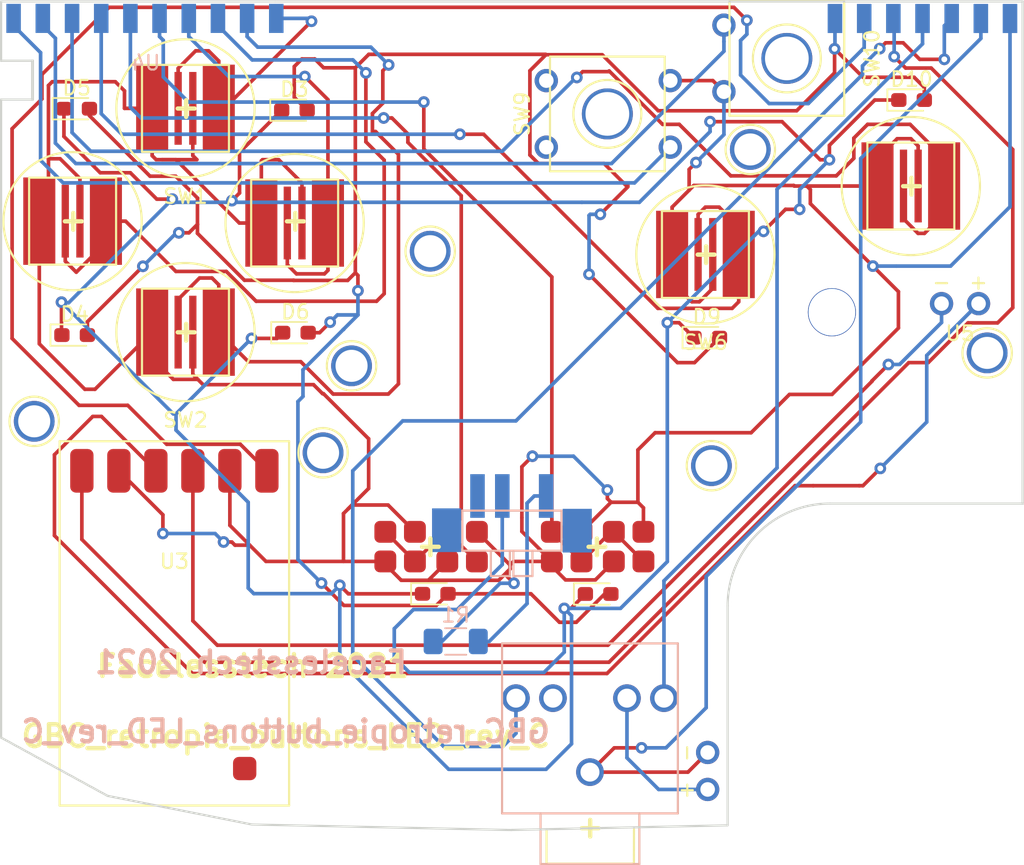
<source format=kicad_pcb>
(kicad_pcb (version 20171130) (host pcbnew 5.1.9+dfsg1-1)

  (general
    (thickness 1.6)
    (drawings 33)
    (tracks 559)
    (zones 0)
    (modules 34)
    (nets 26)
  )

  (page A4)
  (layers
    (0 F.Cu signal)
    (31 B.Cu signal)
    (32 B.Adhes user)
    (33 F.Adhes user)
    (34 B.Paste user)
    (35 F.Paste user)
    (36 B.SilkS user)
    (37 F.SilkS user)
    (38 B.Mask user)
    (39 F.Mask user)
    (40 Dwgs.User user)
    (41 Cmts.User user)
    (42 Eco1.User user)
    (43 Eco2.User user)
    (44 Edge.Cuts user)
    (45 Margin user)
    (46 B.CrtYd user)
    (47 F.CrtYd user)
    (48 B.Fab user)
    (49 F.Fab user)
  )

  (setup
    (last_trace_width 0.25)
    (trace_clearance 0.2)
    (zone_clearance 0.508)
    (zone_45_only no)
    (trace_min 0.2)
    (via_size 0.8)
    (via_drill 0.4)
    (via_min_size 0.4)
    (via_min_drill 0.3)
    (uvia_size 0.3)
    (uvia_drill 0.1)
    (uvias_allowed no)
    (uvia_min_size 0.2)
    (uvia_min_drill 0.1)
    (edge_width 0.15)
    (segment_width 0.15)
    (pcb_text_width 0.3)
    (pcb_text_size 1.5 1.5)
    (mod_edge_width 0.15)
    (mod_text_size 1 1)
    (mod_text_width 0.15)
    (pad_size 3.3 3.3)
    (pad_drill 3.2)
    (pad_to_mask_clearance 0.051)
    (solder_mask_min_width 0.25)
    (aux_axis_origin 0 0)
    (visible_elements FFFFFF7F)
    (pcbplotparams
      (layerselection 0x010f0_ffffffff)
      (usegerberextensions false)
      (usegerberattributes false)
      (usegerberadvancedattributes false)
      (creategerberjobfile false)
      (excludeedgelayer true)
      (linewidth 0.100000)
      (plotframeref false)
      (viasonmask false)
      (mode 1)
      (useauxorigin false)
      (hpglpennumber 1)
      (hpglpenspeed 20)
      (hpglpendiameter 15.000000)
      (psnegative false)
      (psa4output false)
      (plotreference true)
      (plotvalue true)
      (plotinvisibletext false)
      (padsonsilk false)
      (subtractmaskfromsilk false)
      (outputformat 1)
      (mirror false)
      (drillshape 0)
      (scaleselection 1)
      (outputdirectory "gerbers/"))
  )

  (net 0 "")
  (net 1 "Net-(SW1-Pad1)")
  (net 2 "Net-(LS1-Pad1)")
  (net 3 "Net-(LS1-Pad2)")
  (net 4 "Net-(U1-Pad5)")
  (net 5 "Net-(SW2-Pad1)")
  (net 6 "Net-(SW3-Pad1)")
  (net 7 "Net-(SW4-Pad1)")
  (net 8 "Net-(SW5-Pad1)")
  (net 9 "Net-(SW6-Pad1)")
  (net 10 "Net-(SW7-Pad1)")
  (net 11 "Net-(SW8-Pad1)")
  (net 12 "Net-(U1-Pad2)")
  (net 13 "Net-(U3-Pad4)")
  (net 14 "Net-(U3-Pad7)")
  (net 15 "Net-(U1-Pad4)")
  (net 16 "Net-(U2-Pad5)")
  (net 17 "Net-(U2-Pad6)")
  (net 18 "Net-(SW9-Pad2)")
  (net 19 "Net-(SW10-Pad2)")
  (net 20 "Net-(U3-Pad3)")
  (net 21 "Net-(R1-Pad2)")
  (net 22 "Net-(D10-Pad2)")
  (net 23 "Net-(D10-Pad1)")
  (net 24 "Net-(R1-Pad1)")
  (net 25 "Net-(SW11-Pad3)")

  (net_class Default "This is the default net class."
    (clearance 0.2)
    (trace_width 0.25)
    (via_dia 0.8)
    (via_drill 0.4)
    (uvia_dia 0.3)
    (uvia_drill 0.1)
    (add_net "Net-(D10-Pad1)")
    (add_net "Net-(D10-Pad2)")
    (add_net "Net-(LS1-Pad1)")
    (add_net "Net-(LS1-Pad2)")
    (add_net "Net-(R1-Pad1)")
    (add_net "Net-(R1-Pad2)")
    (add_net "Net-(SW1-Pad1)")
    (add_net "Net-(SW10-Pad2)")
    (add_net "Net-(SW11-Pad3)")
    (add_net "Net-(SW2-Pad1)")
    (add_net "Net-(SW3-Pad1)")
    (add_net "Net-(SW4-Pad1)")
    (add_net "Net-(SW5-Pad1)")
    (add_net "Net-(SW6-Pad1)")
    (add_net "Net-(SW7-Pad1)")
    (add_net "Net-(SW8-Pad1)")
    (add_net "Net-(SW9-Pad2)")
    (add_net "Net-(U1-Pad2)")
    (add_net "Net-(U1-Pad4)")
    (add_net "Net-(U1-Pad5)")
    (add_net "Net-(U2-Pad5)")
    (add_net "Net-(U2-Pad6)")
    (add_net "Net-(U3-Pad3)")
    (add_net "Net-(U3-Pad4)")
    (add_net "Net-(U3-Pad7)")
  )

  (module buttons_custom:gbc_pad_buttons_small (layer F.Cu) (tedit 60F45690) (tstamp 61676BBF)
    (at 236.601 71.882)
    (path /5EFDAB03)
    (fp_text reference SW5 (at 0 6.0325) (layer F.SilkS) hide
      (effects (font (size 1 1) (thickness 0.15)))
    )
    (fp_text value SW_Push (at 0 -4.826) (layer F.Fab) hide
      (effects (font (size 1 1) (thickness 0.15)))
    )
    (fp_circle (center 0 0) (end -4.572 -1.27) (layer F.SilkS) (width 0.15))
    (fp_line (start -2.9845 2.9845) (end -2.9845 -2.9845) (layer F.SilkS) (width 0.15))
    (fp_line (start 2.9845 2.9845) (end -2.9845 2.9845) (layer F.SilkS) (width 0.15))
    (fp_line (start 2.9845 -2.9845) (end 2.9845 2.9845) (layer F.SilkS) (width 0.15))
    (fp_line (start -2.9845 -2.9845) (end 2.9845 -2.9845) (layer F.SilkS) (width 0.15))
    (pad 2 smd rect (at 0.50292 0 90) (size 5 0.5) (layers F.Cu F.Paste F.Mask)
      (net 21 "Net-(R1-Pad2)"))
    (pad 1 smd rect (at -0.50292 0 90) (size 5 0.5) (layers F.Cu F.Paste F.Mask)
      (net 8 "Net-(SW5-Pad1)"))
    (pad 2 smd rect (at -2.286 0) (size 2.2 6) (layers F.Cu F.Paste F.Mask)
      (net 21 "Net-(R1-Pad2)"))
    (pad 1 smd rect (at 2.286 0) (size 2.2 6) (layers F.Cu F.Paste F.Mask)
      (net 8 "Net-(SW5-Pad1)"))
  )

  (module buttons_custom:gbc_pad_buttons_small (layer F.Cu) (tedit 60F4567D) (tstamp 610EC9CC)
    (at 179.07 74.295)
    (path /5EFDAB5A)
    (fp_text reference SW3 (at 0 6.0325) (layer F.SilkS) hide
      (effects (font (size 1 1) (thickness 0.15)))
    )
    (fp_text value SW_Push (at 0 -4.826) (layer F.Fab) hide
      (effects (font (size 1 1) (thickness 0.15)))
    )
    (fp_circle (center 0 0) (end -4.572 -1.27) (layer F.SilkS) (width 0.15))
    (fp_line (start -2.9845 2.9845) (end -2.9845 -2.9845) (layer F.SilkS) (width 0.15))
    (fp_line (start 2.9845 2.9845) (end -2.9845 2.9845) (layer F.SilkS) (width 0.15))
    (fp_line (start 2.9845 -2.9845) (end 2.9845 2.9845) (layer F.SilkS) (width 0.15))
    (fp_line (start -2.9845 -2.9845) (end 2.9845 -2.9845) (layer F.SilkS) (width 0.15))
    (pad 2 smd rect (at 0.50292 0 90) (size 5 0.5) (layers F.Cu F.Paste F.Mask)
      (net 21 "Net-(R1-Pad2)"))
    (pad 1 smd rect (at -0.50292 0 90) (size 5 0.5) (layers F.Cu F.Paste F.Mask)
      (net 6 "Net-(SW3-Pad1)"))
    (pad 2 smd rect (at -2.286 0) (size 2.2 6) (layers F.Cu F.Paste F.Mask)
      (net 21 "Net-(R1-Pad2)"))
    (pad 1 smd rect (at 2.286 0) (size 2.2 6) (layers F.Cu F.Paste F.Mask)
      (net 6 "Net-(SW3-Pad1)"))
  )

  (module buttons_custom:gbc_pad_buttons_small (layer F.Cu) (tedit 60F4566F) (tstamp 610EC863)
    (at 186.817 81.915)
    (path /5EFDABA0)
    (fp_text reference SW2 (at 0 6.0325) (layer F.SilkS)
      (effects (font (size 1 1) (thickness 0.15)))
    )
    (fp_text value SW_Push (at 0 -4.826) (layer F.Fab) hide
      (effects (font (size 1 1) (thickness 0.15)))
    )
    (fp_circle (center 0 0) (end -4.572 -1.27) (layer F.SilkS) (width 0.15))
    (fp_line (start -2.9845 2.9845) (end -2.9845 -2.9845) (layer F.SilkS) (width 0.15))
    (fp_line (start 2.9845 2.9845) (end -2.9845 2.9845) (layer F.SilkS) (width 0.15))
    (fp_line (start 2.9845 -2.9845) (end 2.9845 2.9845) (layer F.SilkS) (width 0.15))
    (fp_line (start -2.9845 -2.9845) (end 2.9845 -2.9845) (layer F.SilkS) (width 0.15))
    (pad 2 smd rect (at 0.50292 0 90) (size 5 0.5) (layers F.Cu F.Paste F.Mask)
      (net 21 "Net-(R1-Pad2)"))
    (pad 1 smd rect (at -0.50292 0 90) (size 5 0.5) (layers F.Cu F.Paste F.Mask)
      (net 5 "Net-(SW2-Pad1)"))
    (pad 2 smd rect (at -2.286 0) (size 2.2 6) (layers F.Cu F.Paste F.Mask)
      (net 21 "Net-(R1-Pad2)"))
    (pad 1 smd rect (at 2.286 0) (size 2.2 6) (layers F.Cu F.Paste F.Mask)
      (net 5 "Net-(SW2-Pad1)"))
  )

  (module m3_hole_custom:GBC_mounting_holes (layer F.Cu) (tedit 5EFDE379) (tstamp 5CD40E2D)
    (at 222.93 91.091)
    (fp_text reference REF** (at 0.00508 -2.73558) (layer F.SilkS) hide
      (effects (font (size 1 1) (thickness 0.15)))
    )
    (fp_text value GBC_mounting_holes (at -0.01524 -4.37896) (layer F.Fab) hide
      (effects (font (size 1 1) (thickness 0.15)))
    )
    (fp_circle (center -0.0127 -0.00254) (end 1.68402 0.00508) (layer F.SilkS) (width 0.15))
    (pad 1 thru_hole circle (at -0.0127 -0.00254) (size 2.8 2.8) (drill 2.2) (layers *.Cu *.Mask))
  )

  (module m3_hole_custom:GBC_mounting_holes (layer F.Cu) (tedit 5EFDE360) (tstamp 5CD40D96)
    (at 241.853 83.344)
    (fp_text reference REF** (at 0.00508 -2.73558) (layer F.SilkS) hide
      (effects (font (size 1 1) (thickness 0.15)))
    )
    (fp_text value GBC_mounting_holes (at -0.01524 -4.37896) (layer F.Fab) hide
      (effects (font (size 1 1) (thickness 0.15)))
    )
    (fp_circle (center -0.0127 -0.00254) (end 1.68402 0.00508) (layer F.SilkS) (width 0.15))
    (pad 1 thru_hole circle (at -0.0127 -0.00254) (size 2.8 2.8) (drill 2.2) (layers *.Cu *.Mask))
  )

  (module m3_hole_custom:GBC_mounting_holes (layer F.Cu) (tedit 5EFDE26B) (tstamp 5CD40D1B)
    (at 225.597 69.374)
    (fp_text reference REF** (at 0.00508 -2.73558) (layer F.SilkS) hide
      (effects (font (size 1 1) (thickness 0.15)))
    )
    (fp_text value GBC_mounting_holes (at -0.01524 -4.37896) (layer F.Fab) hide
      (effects (font (size 1 1) (thickness 0.15)))
    )
    (fp_circle (center -0.0127 -0.00254) (end 1.68402 0.00508) (layer F.SilkS) (width 0.15))
    (pad 1 thru_hole circle (at -0.0127 -0.00254) (size 2.8 2.8) (drill 2.2) (layers *.Cu *.Mask))
  )

  (module m3_hole_custom:GBC_mounting_holes (layer F.Cu) (tedit 5EFDE276) (tstamp 5CD40C84)
    (at 203.626 76.359)
    (fp_text reference REF** (at 0.00508 -2.73558) (layer F.SilkS) hide
      (effects (font (size 1 1) (thickness 0.15)))
    )
    (fp_text value GBC_mounting_holes (at -0.01524 -4.37896) (layer F.Fab) hide
      (effects (font (size 1 1) (thickness 0.15)))
    )
    (fp_circle (center -0.0127 -0.00254) (end 1.68402 0.00508) (layer F.SilkS) (width 0.15))
    (pad 1 thru_hole circle (at -0.0127 -0.00254) (size 2.8 2.8) (drill 2.2) (layers *.Cu *.Mask))
  )

  (module m3_hole_custom:GBC_mounting_holes (layer F.Cu) (tedit 5EFDE297) (tstamp 5CD40C11)
    (at 198.2285 84.233)
    (fp_text reference REF** (at 0.00508 -2.73558) (layer F.SilkS) hide
      (effects (font (size 1 1) (thickness 0.15)))
    )
    (fp_text value GBC_mounting_holes (at -0.01524 -4.37896) (layer F.Fab) hide
      (effects (font (size 1 1) (thickness 0.15)))
    )
    (fp_circle (center -0.0127 -0.00254) (end 1.68402 0.00508) (layer F.SilkS) (width 0.15))
    (pad 1 thru_hole circle (at -0.0127 -0.00254) (size 2.8 2.8) (drill 2.2) (layers *.Cu *.Mask))
  )

  (module m3_hole_custom:GBC_mounting_holes (layer F.Cu) (tedit 5EFDE28A) (tstamp 5CD40A9C)
    (at 176.448 88.043)
    (fp_text reference REF** (at 0.00508 -2.73558) (layer F.SilkS) hide
      (effects (font (size 1 1) (thickness 0.15)))
    )
    (fp_text value GBC_mounting_holes (at -0.01524 -4.37896) (layer F.Fab) hide
      (effects (font (size 1 1) (thickness 0.15)))
    )
    (fp_circle (center -0.0127 -0.00254) (end 1.68402 0.00508) (layer F.SilkS) (width 0.15))
    (pad 1 thru_hole circle (at -0.0127 -0.00254) (size 2.8 2.8) (drill 2.2) (layers *.Cu *.Mask))
  )

  (module MountingHole:MountingHole_3.2mm_M3 (layer F.Cu) (tedit 5EFDE37C) (tstamp 5C58172D)
    (at 231.185 80.55)
    (descr "Mounting Hole 3.2mm, no annular, M3")
    (tags "mounting hole 3.2mm no annular m3")
    (attr virtual)
    (fp_text reference REF** (at 0 -4.2) (layer F.SilkS) hide
      (effects (font (size 1 1) (thickness 0.15)))
    )
    (fp_text value MountingHole_3.2mm_M3 (at 0 4.2) (layer F.Fab) hide
      (effects (font (size 1 1) (thickness 0.15)))
    )
    (fp_circle (center 0 0) (end 3.2 0) (layer Cmts.User) (width 0.15))
    (fp_circle (center 0 0) (end 3.45 0) (layer F.CrtYd) (width 0.05))
    (fp_text user %R (at 0.3 0) (layer F.Fab)
      (effects (font (size 1 1) (thickness 0.15)))
    )
    (pad "" thru_hole circle (at 0 0) (size 3.3 3.3) (drill 3.2) (layers *.Cu *.Mask))
  )

  (module m3_hole_custom:GBC_mounting_holes (layer F.Cu) (tedit 5EFDE290) (tstamp 5CD40B7F)
    (at 196.2727 90.20454)
    (fp_text reference REF** (at 0.00508 -2.73558) (layer F.SilkS) hide
      (effects (font (size 1 1) (thickness 0.15)))
    )
    (fp_text value GBC_mounting_holes (at -0.01524 -4.37896) (layer F.Fab) hide
      (effects (font (size 1 1) (thickness 0.15)))
    )
    (fp_circle (center -0.0127 -0.00254) (end 1.68402 0.00508) (layer F.SilkS) (width 0.15))
    (pad 1 thru_hole circle (at -0.0127 -0.00254) (size 2.8 2.8) (drill 2.2) (layers *.Cu *.Mask))
  )

  (module Sound_stuff_custom:5_pin_3.5_jack (layer B.Cu) (tedit 5EFDE367) (tstamp 619CD041)
    (at 214.57848 107.05236)
    (path /5EFB93AC)
    (fp_text reference U1 (at 0 -5.7531) (layer B.SilkS) hide
      (effects (font (size 1 1) (thickness 0.15)) (justify mirror))
    )
    (fp_text value audio_jack_5pin (at -0.0127 -7.4168) (layer B.Fab) hide
      (effects (font (size 1 1) (thickness 0.15)) (justify mirror))
    )
    (fp_line (start 3.3909 11.3919) (end 3.3909 7.9121) (layer B.SilkS) (width 0.15))
    (fp_line (start -3.3909 11.3919) (end 3.3909 11.3919) (layer B.SilkS) (width 0.15))
    (fp_line (start -3.3909 7.9121) (end -3.3909 11.3919) (layer B.SilkS) (width 0.15))
    (fp_line (start -6.0325 7.9121) (end -6.0325 -3.7592) (layer B.SilkS) (width 0.15))
    (fp_line (start 6.0325 7.9121) (end -6.0325 7.9121) (layer B.SilkS) (width 0.15))
    (fp_line (start 6.0325 -3.7592) (end 6.0325 7.9121) (layer B.SilkS) (width 0.15))
    (fp_line (start -6.0325 -3.7592) (end 6.0325 -3.7592) (layer B.SilkS) (width 0.15))
    (pad 1 thru_hole circle (at 0 5.08) (size 1.9 1.9) (drill 1.3) (layers *.Cu *.Mask)
      (net 3 "Net-(LS1-Pad2)"))
    (pad 4 thru_hole circle (at -2.54 0) (size 1.9 1.9) (drill 1.3) (layers *.Cu *.Mask)
      (net 15 "Net-(U1-Pad4)"))
    (pad 5 thru_hole circle (at -5.08 0) (size 1.9 1.9) (drill 1.3) (layers *.Cu *.Mask)
      (net 4 "Net-(U1-Pad5)"))
    (pad 3 thru_hole circle (at 2.54 0) (size 1.9 1.9) (drill 1.3) (layers *.Cu *.Mask)
      (net 2 "Net-(LS1-Pad1)"))
    (pad 2 thru_hole circle (at 5.08 0) (size 1.9 1.9) (drill 1.3) (layers *.Cu *.Mask)
      (net 12 "Net-(U1-Pad2)"))
  )

  (module power_bank_boards:power_bank_black_smd (layer F.Cu) (tedit 5F4A8E17) (tstamp 60FD1082)
    (at 186.055 91.44 180)
    (path /60D1647B)
    (fp_text reference U3 (at 0 -6.223 180) (layer F.SilkS)
      (effects (font (size 1 1) (thickness 0.15)))
    )
    (fp_text value power_bank_black (at 0 -7.493 180) (layer F.Fab)
      (effects (font (size 1 1) (thickness 0.15)))
    )
    (fp_line (start -7.874 2.032) (end 0 2.032) (layer F.SilkS) (width 0.15))
    (fp_line (start -7.874 -22.987) (end -7.874 2.032) (layer F.SilkS) (width 0.15))
    (fp_line (start 7.874 -22.987) (end -7.874 -22.987) (layer F.SilkS) (width 0.15))
    (fp_line (start 7.874 2.032) (end 7.874 -22.987) (layer F.SilkS) (width 0.15))
    (fp_line (start 0 2.032) (end 7.874 2.032) (layer F.SilkS) (width 0.15))
    (pad 1 smd roundrect (at -6.35 0 180) (size 1.6 3) (layers F.Cu F.Paste F.Mask) (roundrect_rratio 0.25)
      (net 17 "Net-(U2-Pad6)"))
    (pad 2 smd roundrect (at -3.81 0 180) (size 1.6 3) (layers F.Cu F.Paste F.Mask) (roundrect_rratio 0.25)
      (net 21 "Net-(R1-Pad2)"))
    (pad 3 smd roundrect (at -1.27 0 180) (size 1.6 3) (layers F.Cu F.Paste F.Mask) (roundrect_rratio 0.25)
      (net 20 "Net-(U3-Pad3)"))
    (pad 4 smd roundrect (at 1.27 0 180) (size 1.6 3) (layers F.Cu F.Paste F.Mask) (roundrect_rratio 0.25)
      (net 13 "Net-(U3-Pad4)"))
    (pad 5 smd roundrect (at 3.81 0 180) (size 1.6 3) (layers F.Cu F.Paste F.Mask) (roundrect_rratio 0.25)
      (net 21 "Net-(R1-Pad2)"))
    (pad 6 smd roundrect (at 6.35 0 180) (size 1.6 3) (layers F.Cu F.Paste F.Mask) (roundrect_rratio 0.25)
      (net 16 "Net-(U2-Pad5)"))
    (pad 7 smd roundrect (at -4.826 -20.447 180) (size 1.6 1.6) (layers F.Cu F.Paste F.Mask) (roundrect_rratio 0.25)
      (net 14 "Net-(U3-Pad7)"))
  )

  (module battery_connector_custom:vcc_gnd_2pin_custom (layer F.Cu) (tedit 60F44F65) (tstamp 61675ADC)
    (at 239.9792 79.9592)
    (path /60D1EA5E)
    (fp_text reference U5 (at 0 2.04216) (layer F.SilkS)
      (effects (font (size 1 1) (thickness 0.15)))
    )
    (fp_text value battery_custom (at 0 -2.50952) (layer F.Fab) hide
      (effects (font (size 1 1) (thickness 0.15)))
    )
    (fp_text user - (at -1.27 -1.48336) (layer F.SilkS)
      (effects (font (size 1 1) (thickness 0.15)))
    )
    (fp_text user + (at 1.26492 -1.48336) (layer F.SilkS)
      (effects (font (size 1 1) (thickness 0.15)))
    )
    (pad 1 thru_hole circle (at -1.27 0) (size 1.6 1.6) (drill 1) (layers *.Cu *.Mask)
      (net 20 "Net-(U3-Pad3)"))
    (pad 2 thru_hole circle (at 1.27 0) (size 1.6 1.6) (drill 1) (layers *.Cu *.Mask)
      (net 13 "Net-(U3-Pad4)"))
  )

  (module buttons_custom:gbc_start_button_custom (layer F.Cu) (tedit 5C557CC9) (tstamp 60F7030D)
    (at 203.708 96.647)
    (path /5EFDAA4A)
    (fp_text reference SW7 (at 0 3.175) (layer F.SilkS) hide
      (effects (font (size 1 1) (thickness 0.15)))
    )
    (fp_text value SW_Push (at 0 -3.937) (layer F.Fab)
      (effects (font (size 1 1) (thickness 0.15)))
    )
    (pad 1 smd roundrect (at -3.175 -1.016) (size 1.5 1.5) (layers F.Cu F.Paste F.Mask) (roundrect_rratio 0.25)
      (net 10 "Net-(SW7-Pad1)"))
    (pad 2 smd roundrect (at -1.143 -1.016) (size 1.5 1.5) (layers F.Cu F.Paste F.Mask) (roundrect_rratio 0.25)
      (net 21 "Net-(R1-Pad2)"))
    (pad 2 smd roundrect (at -3.175 1.016) (size 1.5 1.5) (layers F.Cu F.Paste F.Mask) (roundrect_rratio 0.25)
      (net 21 "Net-(R1-Pad2)"))
    (pad 1 smd roundrect (at -1.143 1.016) (size 1.5 1.5) (layers F.Cu F.Paste F.Mask) (roundrect_rratio 0.25)
      (net 10 "Net-(SW7-Pad1)"))
    (pad 1 smd roundrect (at 1.0795 -1.016) (size 1.5 1.5) (layers F.Cu F.Paste F.Mask) (roundrect_rratio 0.25)
      (net 10 "Net-(SW7-Pad1)"))
    (pad 2 smd roundrect (at 3.1115 -1.016) (size 1.5 1.5) (layers F.Cu F.Paste F.Mask) (roundrect_rratio 0.25)
      (net 21 "Net-(R1-Pad2)"))
    (pad 1 smd roundrect (at 3.1115 1.016) (size 1.5 1.5) (layers F.Cu F.Paste F.Mask) (roundrect_rratio 0.25)
      (net 10 "Net-(SW7-Pad1)"))
    (pad 2 smd roundrect (at 1.0795 1.016) (size 1.5 1.5) (layers F.Cu F.Paste F.Mask) (roundrect_rratio 0.25)
      (net 21 "Net-(R1-Pad2)"))
  )

  (module buttons_custom:gbc_start_button_custom (layer F.Cu) (tedit 60F44081) (tstamp 60F70319)
    (at 215.138 96.647)
    (path /5EFDAA86)
    (fp_text reference SW8 (at 0 3.175) (layer F.SilkS) hide
      (effects (font (size 1 1) (thickness 0.15)))
    )
    (fp_text value SW_Push (at 0 -3.937) (layer F.Fab)
      (effects (font (size 1 1) (thickness 0.15)))
    )
    (pad 2 smd roundrect (at 1.0795 1.016) (size 1.5 1.5) (layers F.Cu F.Paste F.Mask) (roundrect_rratio 0.25)
      (net 21 "Net-(R1-Pad2)"))
    (pad 1 smd roundrect (at 3.1115 1.016) (size 1.5 1.5) (layers F.Cu F.Paste F.Mask) (roundrect_rratio 0.25)
      (net 11 "Net-(SW8-Pad1)"))
    (pad 2 smd roundrect (at 3.1115 -1.016) (size 1.5 1.5) (layers F.Cu F.Paste F.Mask) (roundrect_rratio 0.25)
      (net 21 "Net-(R1-Pad2)"))
    (pad 1 smd roundrect (at 1.0795 -1.016) (size 1.5 1.5) (layers F.Cu F.Paste F.Mask) (roundrect_rratio 0.25)
      (net 11 "Net-(SW8-Pad1)"))
    (pad 1 smd roundrect (at -1.143 1.016) (size 1.5 1.5) (layers F.Cu F.Paste F.Mask) (roundrect_rratio 0.25)
      (net 11 "Net-(SW8-Pad1)"))
    (pad 2 smd roundrect (at -3.175 1.016) (size 1.5 1.5) (layers F.Cu F.Paste F.Mask) (roundrect_rratio 0.25)
      (net 21 "Net-(R1-Pad2)"))
    (pad 2 smd roundrect (at -1.143 -1.016) (size 1.5 1.5) (layers F.Cu F.Paste F.Mask) (roundrect_rratio 0.25)
      (net 21 "Net-(R1-Pad2)"))
    (pad 1 smd roundrect (at -3.175 -1.016) (size 1.5 1.5) (layers F.Cu F.Paste F.Mask) (roundrect_rratio 0.25)
      (net 11 "Net-(SW8-Pad1)"))
  )

  (module buttons_custom:gbc_pad_buttons_small (layer F.Cu) (tedit 60F45687) (tstamp 6102EB73)
    (at 186.817 66.548)
    (path /5EFA171C)
    (fp_text reference SW1 (at 0 6.0325) (layer F.SilkS)
      (effects (font (size 1 1) (thickness 0.15)))
    )
    (fp_text value SW_Push (at 0 -4.826) (layer F.Fab) hide
      (effects (font (size 1 1) (thickness 0.15)))
    )
    (fp_circle (center 0 0) (end -4.572 -1.27) (layer F.SilkS) (width 0.15))
    (fp_line (start -2.9845 2.9845) (end -2.9845 -2.9845) (layer F.SilkS) (width 0.15))
    (fp_line (start 2.9845 2.9845) (end -2.9845 2.9845) (layer F.SilkS) (width 0.15))
    (fp_line (start 2.9845 -2.9845) (end 2.9845 2.9845) (layer F.SilkS) (width 0.15))
    (fp_line (start -2.9845 -2.9845) (end 2.9845 -2.9845) (layer F.SilkS) (width 0.15))
    (pad 2 smd rect (at 0.50292 0 90) (size 5 0.5) (layers F.Cu F.Paste F.Mask)
      (net 21 "Net-(R1-Pad2)"))
    (pad 1 smd rect (at -0.50292 0 90) (size 5 0.5) (layers F.Cu F.Paste F.Mask)
      (net 1 "Net-(SW1-Pad1)"))
    (pad 2 smd rect (at -2.286 0) (size 2.2 6) (layers F.Cu F.Paste F.Mask)
      (net 21 "Net-(R1-Pad2)"))
    (pad 1 smd rect (at 2.286 0) (size 2.2 6) (layers F.Cu F.Paste F.Mask)
      (net 1 "Net-(SW1-Pad1)"))
  )

  (module buttons_custom:gbc_pad_buttons_small (layer F.Cu) (tedit 60F45673) (tstamp 619B6264)
    (at 194.31 74.422)
    (path /5EFDAAC3)
    (fp_text reference SW4 (at 0 6.0325) (layer F.SilkS) hide
      (effects (font (size 1 1) (thickness 0.15)))
    )
    (fp_text value SW_Push (at 0 -4.826) (layer F.Fab) hide
      (effects (font (size 1 1) (thickness 0.15)))
    )
    (fp_circle (center 0 0) (end -4.572 -1.27) (layer F.SilkS) (width 0.15))
    (fp_line (start -2.9845 2.9845) (end -2.9845 -2.9845) (layer F.SilkS) (width 0.15))
    (fp_line (start 2.9845 2.9845) (end -2.9845 2.9845) (layer F.SilkS) (width 0.15))
    (fp_line (start 2.9845 -2.9845) (end 2.9845 2.9845) (layer F.SilkS) (width 0.15))
    (fp_line (start -2.9845 -2.9845) (end 2.9845 -2.9845) (layer F.SilkS) (width 0.15))
    (pad 2 smd rect (at 0.50292 0 90) (size 5 0.5) (layers F.Cu F.Paste F.Mask)
      (net 21 "Net-(R1-Pad2)"))
    (pad 1 smd rect (at -0.50292 0 90) (size 5 0.5) (layers F.Cu F.Paste F.Mask)
      (net 7 "Net-(SW4-Pad1)"))
    (pad 2 smd rect (at -2.286 0) (size 2.2 6) (layers F.Cu F.Paste F.Mask)
      (net 21 "Net-(R1-Pad2)"))
    (pad 1 smd rect (at 2.286 0) (size 2.2 6) (layers F.Cu F.Paste F.Mask)
      (net 7 "Net-(SW4-Pad1)"))
  )

  (module buttons_custom:gbc_pad_buttons_small (layer F.Cu) (tedit 60F4568C) (tstamp 619CD488)
    (at 222.504 76.581)
    (path /5EFDA9F5)
    (fp_text reference SW6 (at 0 6.0325) (layer F.SilkS)
      (effects (font (size 1 1) (thickness 0.15)))
    )
    (fp_text value SW_Push (at 0 -4.826) (layer F.Fab) hide
      (effects (font (size 1 1) (thickness 0.15)))
    )
    (fp_circle (center 0 0) (end -4.572 -1.27) (layer F.SilkS) (width 0.15))
    (fp_line (start -2.9845 2.9845) (end -2.9845 -2.9845) (layer F.SilkS) (width 0.15))
    (fp_line (start 2.9845 2.9845) (end -2.9845 2.9845) (layer F.SilkS) (width 0.15))
    (fp_line (start 2.9845 -2.9845) (end 2.9845 2.9845) (layer F.SilkS) (width 0.15))
    (fp_line (start -2.9845 -2.9845) (end 2.9845 -2.9845) (layer F.SilkS) (width 0.15))
    (pad 2 smd rect (at 0.50292 0 90) (size 5 0.5) (layers F.Cu F.Paste F.Mask)
      (net 21 "Net-(R1-Pad2)"))
    (pad 1 smd rect (at -0.50292 0 90) (size 5 0.5) (layers F.Cu F.Paste F.Mask)
      (net 9 "Net-(SW6-Pad1)"))
    (pad 2 smd rect (at -2.286 0) (size 2.2 6) (layers F.Cu F.Paste F.Mask)
      (net 21 "Net-(R1-Pad2)"))
    (pad 1 smd rect (at 2.286 0) (size 2.2 6) (layers F.Cu F.Paste F.Mask)
      (net 9 "Net-(SW6-Pad1)"))
  )

  (module buttons_custom:button_soft_touch_drill_hole_custom (layer F.Cu) (tedit 60F44F85) (tstamp 60EF1650)
    (at 215.773 66.929 270)
    (path /60DB6C2D)
    (fp_text reference SW9 (at 0 5.842 270) (layer F.SilkS)
      (effects (font (size 1 1) (thickness 0.15)))
    )
    (fp_text value SW_Push (at 0 -6.096 270) (layer F.Fab) hide
      (effects (font (size 1 1) (thickness 0.15)))
    )
    (fp_line (start 0 -3.937) (end 3.81 -3.937) (layer F.SilkS) (width 0.15))
    (fp_line (start 3.81 -3.937) (end 3.937 -3.937) (layer F.SilkS) (width 0.15))
    (fp_line (start 0 -3.937) (end -3.937 -3.937) (layer F.SilkS) (width 0.15))
    (fp_line (start -3.937 3.937) (end -3.937 -3.937) (layer F.SilkS) (width 0.15))
    (fp_line (start 3.937 3.937) (end -3.937 3.937) (layer F.SilkS) (width 0.15))
    (fp_line (start 3.937 -3.937) (end 3.937 3.937) (layer F.SilkS) (width 0.15))
    (fp_circle (center 0 0) (end -2.032 -1.143) (layer F.SilkS) (width 0.15))
    (fp_circle (center 0 0) (end -0.889 -0.381) (layer F.SilkS) (width 0.15))
    (pad 4 thru_hole circle (at 2.286 4.191 270) (size 1.6 1.6) (drill 1) (layers *.Cu *.Mask))
    (pad 3 thru_hole circle (at -2.286 4.191 270) (size 1.6 1.6) (drill 1) (layers *.Cu *.Mask))
    (pad 2 thru_hole circle (at 2.286 -4.318 270) (size 1.6 1.6) (drill 1) (layers *.Cu *.Mask)
      (net 18 "Net-(SW9-Pad2)"))
    (pad 1 thru_hole circle (at -2.286 -4.318 270) (size 1.6 1.6) (drill 1) (layers *.Cu *.Mask)
      (net 21 "Net-(R1-Pad2)"))
    (pad 5 thru_hole circle (at 0 0 270) (size 3.5 3.5) (drill 3) (layers *.Cu *.Mask))
  )

  (module buttons_custom:button_soft_touch_2_hole_custom (layer F.Cu) (tedit 60F44F7F) (tstamp 60FD15FB)
    (at 228.092 63.119 90)
    (path /60DB6CA6)
    (fp_text reference SW10 (at 0 5.842 90) (layer F.SilkS)
      (effects (font (size 1 1) (thickness 0.15)))
    )
    (fp_text value SW_Push (at 0 -6.096 90) (layer F.Fab) hide
      (effects (font (size 1 1) (thickness 0.15)))
    )
    (fp_line (start 0 -3.937) (end 3.81 -3.937) (layer F.SilkS) (width 0.15))
    (fp_line (start 3.81 -3.937) (end 3.937 -3.937) (layer F.SilkS) (width 0.15))
    (fp_line (start 0 -3.937) (end -3.937 -3.937) (layer F.SilkS) (width 0.15))
    (fp_line (start -3.937 3.937) (end -3.937 -3.937) (layer F.SilkS) (width 0.15))
    (fp_line (start 3.937 3.937) (end -3.937 3.937) (layer F.SilkS) (width 0.15))
    (fp_line (start 3.937 -3.937) (end 3.937 3.937) (layer F.SilkS) (width 0.15))
    (fp_circle (center 0 0) (end -2.032 -1.143) (layer F.SilkS) (width 0.15))
    (fp_circle (center 0 0) (end -0.889 -0.381) (layer F.SilkS) (width 0.15))
    (pad 2 thru_hole circle (at 2.286 -4.318 90) (size 1.6 1.6) (drill 1) (layers *.Cu *.Mask)
      (net 19 "Net-(SW10-Pad2)"))
    (pad 1 thru_hole circle (at -2.286 -4.318 90) (size 1.6 1.6) (drill 1) (layers *.Cu *.Mask)
      (net 21 "Net-(R1-Pad2)"))
    (pad 3 thru_hole circle (at 0 0 90) (size 3.5 3.5) (drill 3) (layers *.Cu *.Mask))
  )

  (module headers_custom:GBC_button_headers_only_slim (layer B.Cu) (tedit 60F44F78) (tstamp 6108EEB7)
    (at 184.037 60.3192)
    (path /60DE4330)
    (fp_text reference U4 (at 0.04572 3.10896) (layer B.SilkS)
      (effects (font (size 1 1) (thickness 0.15)) (justify mirror))
    )
    (fp_text value gbc_just_button_connector (at 0 -2.6162) (layer B.Fab) hide
      (effects (font (size 1 1) (thickness 0.15)) (justify mirror))
    )
    (pad 7 smd rect (at -3.00228 0.0508) (size 1 2) (layers B.Cu B.Paste B.Mask)
      (net 9 "Net-(SW6-Pad1)"))
    (pad 6 smd rect (at -1.00076 0.0508) (size 1 2) (layers B.Cu B.Paste B.Mask)
      (net 10 "Net-(SW7-Pad1)"))
    (pad 5 smd rect (at 1.00076 0.0508) (size 1 2) (layers B.Cu B.Paste B.Mask)
      (net 11 "Net-(SW8-Pad1)"))
    (pad 4 smd rect (at 3.00736 0.0508) (size 1 2) (layers B.Cu B.Paste B.Mask)
      (net 7 "Net-(SW4-Pad1)"))
    (pad 3 smd rect (at 5.00888 0.0508) (size 1 2) (layers B.Cu B.Paste B.Mask)
      (net 6 "Net-(SW3-Pad1)"))
    (pad 8 smd rect (at -5.0038 0.0508) (size 1 2) (layers B.Cu B.Paste B.Mask)
      (net 8 "Net-(SW5-Pad1)"))
    (pad 2 smd rect (at 7.0104 0.0508) (size 1 2) (layers B.Cu B.Paste B.Mask)
      (net 5 "Net-(SW2-Pad1)"))
    (pad 1 smd rect (at 9.01192 0.0508) (size 1 2) (layers B.Cu B.Paste B.Mask)
      (net 1 "Net-(SW1-Pad1)"))
    (pad 9 smd rect (at -7.0104 0.0508) (size 1 2) (layers B.Cu B.Paste B.Mask)
      (net 19 "Net-(SW10-Pad2)"))
    (pad 10 smd rect (at -9.017 0.0508) (size 1 2) (layers B.Cu B.Paste B.Mask)
      (net 18 "Net-(SW9-Pad2)"))
  )

  (module speakers:speaker_2pin (layer F.Cu) (tedit 60F45610) (tstamp 6114D789)
    (at 222.6564 112.0521 90)
    (path /5EFB9673)
    (fp_text reference LS1 (at 0 2.04216 90) (layer F.SilkS) hide
      (effects (font (size 1 1) (thickness 0.15)))
    )
    (fp_text value Speaker (at 0 -2.50952 90) (layer F.Fab)
      (effects (font (size 1 1) (thickness 0.15)))
    )
    (fp_text user - (at 1.2446 -1.48336 90) (layer F.SilkS)
      (effects (font (size 1 1) (thickness 0.15)))
    )
    (fp_text user + (at -1.3208 -1.4732 90) (layer F.SilkS)
      (effects (font (size 1 1) (thickness 0.15)))
    )
    (pad 1 thru_hole circle (at -1.27 0 90) (size 1.6 1.6) (drill 1) (layers *.Cu *.Mask)
      (net 2 "Net-(LS1-Pad1)"))
    (pad 2 thru_hole circle (at 1.27 0 90) (size 1.6 1.6) (drill 1) (layers *.Cu *.Mask)
      (net 3 "Net-(LS1-Pad2)"))
  )

  (module headers_custom:GBC_power_and_sound_slim (layer B.Cu) (tedit 6166B19B) (tstamp 61675A2C)
    (at 238.4044 60.3758)
    (path /61673525)
    (fp_text reference U2 (at 0 -5.42544) (layer B.SilkS) hide
      (effects (font (size 1 1) (thickness 0.15)) (justify mirror))
    )
    (fp_text value gbc_power_connector (at 0 -3.08864) (layer B.Fab) hide
      (effects (font (size 1 1) (thickness 0.15)) (justify mirror))
    )
    (pad 5 smd rect (at -3.00228 0) (size 1 2) (layers B.Cu B.Paste B.Mask)
      (net 16 "Net-(U2-Pad5)"))
    (pad 4 smd rect (at -1.00076 0) (size 1 2) (layers B.Cu B.Paste B.Mask)
      (net 12 "Net-(U1-Pad2)"))
    (pad 3 smd rect (at 1.00076 0) (size 1 2) (layers B.Cu B.Paste B.Mask)
      (net 4 "Net-(U1-Pad5)"))
    (pad 2 smd rect (at 3.00228 0) (size 1 2) (layers B.Cu B.Paste B.Mask)
      (net 3 "Net-(LS1-Pad2)"))
    (pad 1 smd rect (at 5.0038 0) (size 1 2) (layers B.Cu B.Paste B.Mask)
      (net 21 "Net-(R1-Pad2)"))
    (pad 6 smd rect (at -5.0038 0) (size 1 2) (layers B.Cu B.Paste B.Mask)
      (net 17 "Net-(U2-Pad6)"))
    (pad 7 smd rect (at -7.0104 0) (size 1 2) (layers B.Cu B.Paste B.Mask)
      (net 22 "Net-(D10-Pad2)"))
  )

  (module LED_SMD:LED_0603_1608Metric_Pad1.05x0.95mm_HandSolder (layer F.Cu) (tedit 5F68FEF1) (tstamp 61675D5D)
    (at 194.296 66.675)
    (descr "LED SMD 0603 (1608 Metric), square (rectangular) end terminal, IPC_7351 nominal, (Body size source: http://www.tortai-tech.com/upload/download/2011102023233369053.pdf), generated with kicad-footprint-generator")
    (tags "LED handsolder")
    (path /61685C00)
    (attr smd)
    (fp_text reference D3 (at 0 -1.43) (layer F.SilkS)
      (effects (font (size 1 1) (thickness 0.15)))
    )
    (fp_text value LED (at 0 1.43) (layer F.Fab)
      (effects (font (size 1 1) (thickness 0.15)))
    )
    (fp_line (start 0.8 -0.4) (end -0.5 -0.4) (layer F.Fab) (width 0.1))
    (fp_line (start -0.5 -0.4) (end -0.8 -0.1) (layer F.Fab) (width 0.1))
    (fp_line (start -0.8 -0.1) (end -0.8 0.4) (layer F.Fab) (width 0.1))
    (fp_line (start -0.8 0.4) (end 0.8 0.4) (layer F.Fab) (width 0.1))
    (fp_line (start 0.8 0.4) (end 0.8 -0.4) (layer F.Fab) (width 0.1))
    (fp_line (start 0.8 -0.735) (end -1.66 -0.735) (layer F.SilkS) (width 0.12))
    (fp_line (start -1.66 -0.735) (end -1.66 0.735) (layer F.SilkS) (width 0.12))
    (fp_line (start -1.66 0.735) (end 0.8 0.735) (layer F.SilkS) (width 0.12))
    (fp_line (start -1.65 0.73) (end -1.65 -0.73) (layer F.CrtYd) (width 0.05))
    (fp_line (start -1.65 -0.73) (end 1.65 -0.73) (layer F.CrtYd) (width 0.05))
    (fp_line (start 1.65 -0.73) (end 1.65 0.73) (layer F.CrtYd) (width 0.05))
    (fp_line (start 1.65 0.73) (end -1.65 0.73) (layer F.CrtYd) (width 0.05))
    (fp_text user %R (at 0 0) (layer F.Fab)
      (effects (font (size 0.4 0.4) (thickness 0.06)))
    )
    (pad 2 smd roundrect (at 0.875 0) (size 1.05 0.95) (layers F.Cu F.Paste F.Mask) (roundrect_rratio 0.25)
      (net 22 "Net-(D10-Pad2)"))
    (pad 1 smd roundrect (at -0.875 0) (size 1.05 0.95) (layers F.Cu F.Paste F.Mask) (roundrect_rratio 0.25)
      (net 23 "Net-(D10-Pad1)"))
    (model ${KISYS3DMOD}/LED_SMD.3dshapes/LED_0603_1608Metric.wrl
      (at (xyz 0 0 0))
      (scale (xyz 1 1 1))
      (rotate (xyz 0 0 0))
    )
  )

  (module LED_SMD:LED_0603_1608Metric_Pad1.05x0.95mm_HandSolder (layer F.Cu) (tedit 5F68FEF1) (tstamp 61675D70)
    (at 179.211 82.1182)
    (descr "LED SMD 0603 (1608 Metric), square (rectangular) end terminal, IPC_7351 nominal, (Body size source: http://www.tortai-tech.com/upload/download/2011102023233369053.pdf), generated with kicad-footprint-generator")
    (tags "LED handsolder")
    (path /61683B30)
    (attr smd)
    (fp_text reference D4 (at 0 -1.43) (layer F.SilkS)
      (effects (font (size 1 1) (thickness 0.15)))
    )
    (fp_text value LED (at 0 1.43) (layer F.Fab)
      (effects (font (size 1 1) (thickness 0.15)))
    )
    (fp_line (start 1.65 0.73) (end -1.65 0.73) (layer F.CrtYd) (width 0.05))
    (fp_line (start 1.65 -0.73) (end 1.65 0.73) (layer F.CrtYd) (width 0.05))
    (fp_line (start -1.65 -0.73) (end 1.65 -0.73) (layer F.CrtYd) (width 0.05))
    (fp_line (start -1.65 0.73) (end -1.65 -0.73) (layer F.CrtYd) (width 0.05))
    (fp_line (start -1.66 0.735) (end 0.8 0.735) (layer F.SilkS) (width 0.12))
    (fp_line (start -1.66 -0.735) (end -1.66 0.735) (layer F.SilkS) (width 0.12))
    (fp_line (start 0.8 -0.735) (end -1.66 -0.735) (layer F.SilkS) (width 0.12))
    (fp_line (start 0.8 0.4) (end 0.8 -0.4) (layer F.Fab) (width 0.1))
    (fp_line (start -0.8 0.4) (end 0.8 0.4) (layer F.Fab) (width 0.1))
    (fp_line (start -0.8 -0.1) (end -0.8 0.4) (layer F.Fab) (width 0.1))
    (fp_line (start -0.5 -0.4) (end -0.8 -0.1) (layer F.Fab) (width 0.1))
    (fp_line (start 0.8 -0.4) (end -0.5 -0.4) (layer F.Fab) (width 0.1))
    (fp_text user %R (at 0 0) (layer F.Fab)
      (effects (font (size 0.4 0.4) (thickness 0.06)))
    )
    (pad 1 smd roundrect (at -0.875 0) (size 1.05 0.95) (layers F.Cu F.Paste F.Mask) (roundrect_rratio 0.25)
      (net 23 "Net-(D10-Pad1)"))
    (pad 2 smd roundrect (at 0.875 0) (size 1.05 0.95) (layers F.Cu F.Paste F.Mask) (roundrect_rratio 0.25)
      (net 22 "Net-(D10-Pad2)"))
    (model ${KISYS3DMOD}/LED_SMD.3dshapes/LED_0603_1608Metric.wrl
      (at (xyz 0 0 0))
      (scale (xyz 1 1 1))
      (rotate (xyz 0 0 0))
    )
  )

  (module LED_SMD:LED_0603_1608Metric_Pad1.05x0.95mm_HandSolder (layer F.Cu) (tedit 5F68FEF1) (tstamp 61675D83)
    (at 179.3507 66.5734)
    (descr "LED SMD 0603 (1608 Metric), square (rectangular) end terminal, IPC_7351 nominal, (Body size source: http://www.tortai-tech.com/upload/download/2011102023233369053.pdf), generated with kicad-footprint-generator")
    (tags "LED handsolder")
    (path /61682F22)
    (attr smd)
    (fp_text reference D5 (at 0 -1.43) (layer F.SilkS)
      (effects (font (size 1 1) (thickness 0.15)))
    )
    (fp_text value LED (at 0 1.43) (layer F.Fab)
      (effects (font (size 1 1) (thickness 0.15)))
    )
    (fp_line (start 1.65 0.73) (end -1.65 0.73) (layer F.CrtYd) (width 0.05))
    (fp_line (start 1.65 -0.73) (end 1.65 0.73) (layer F.CrtYd) (width 0.05))
    (fp_line (start -1.65 -0.73) (end 1.65 -0.73) (layer F.CrtYd) (width 0.05))
    (fp_line (start -1.65 0.73) (end -1.65 -0.73) (layer F.CrtYd) (width 0.05))
    (fp_line (start -1.66 0.735) (end 0.8 0.735) (layer F.SilkS) (width 0.12))
    (fp_line (start -1.66 -0.735) (end -1.66 0.735) (layer F.SilkS) (width 0.12))
    (fp_line (start 0.8 -0.735) (end -1.66 -0.735) (layer F.SilkS) (width 0.12))
    (fp_line (start 0.8 0.4) (end 0.8 -0.4) (layer F.Fab) (width 0.1))
    (fp_line (start -0.8 0.4) (end 0.8 0.4) (layer F.Fab) (width 0.1))
    (fp_line (start -0.8 -0.1) (end -0.8 0.4) (layer F.Fab) (width 0.1))
    (fp_line (start -0.5 -0.4) (end -0.8 -0.1) (layer F.Fab) (width 0.1))
    (fp_line (start 0.8 -0.4) (end -0.5 -0.4) (layer F.Fab) (width 0.1))
    (fp_text user %R (at 0 0) (layer F.Fab)
      (effects (font (size 0.4 0.4) (thickness 0.06)))
    )
    (pad 1 smd roundrect (at -0.875 0) (size 1.05 0.95) (layers F.Cu F.Paste F.Mask) (roundrect_rratio 0.25)
      (net 23 "Net-(D10-Pad1)"))
    (pad 2 smd roundrect (at 0.875 0) (size 1.05 0.95) (layers F.Cu F.Paste F.Mask) (roundrect_rratio 0.25)
      (net 22 "Net-(D10-Pad2)"))
    (model ${KISYS3DMOD}/LED_SMD.3dshapes/LED_0603_1608Metric.wrl
      (at (xyz 0 0 0))
      (scale (xyz 1 1 1))
      (rotate (xyz 0 0 0))
    )
  )

  (module LED_SMD:LED_0603_1608Metric_Pad1.05x0.95mm_HandSolder (layer F.Cu) (tedit 5F68FEF1) (tstamp 617EBE71)
    (at 194.3621 81.9531)
    (descr "LED SMD 0603 (1608 Metric), square (rectangular) end terminal, IPC_7351 nominal, (Body size source: http://www.tortai-tech.com/upload/download/2011102023233369053.pdf), generated with kicad-footprint-generator")
    (tags "LED handsolder")
    (path /61683776)
    (attr smd)
    (fp_text reference D6 (at 0 -1.43) (layer F.SilkS)
      (effects (font (size 1 1) (thickness 0.15)))
    )
    (fp_text value LED (at 0 1.43) (layer F.Fab)
      (effects (font (size 1 1) (thickness 0.15)))
    )
    (fp_line (start 0.8 -0.4) (end -0.5 -0.4) (layer F.Fab) (width 0.1))
    (fp_line (start -0.5 -0.4) (end -0.8 -0.1) (layer F.Fab) (width 0.1))
    (fp_line (start -0.8 -0.1) (end -0.8 0.4) (layer F.Fab) (width 0.1))
    (fp_line (start -0.8 0.4) (end 0.8 0.4) (layer F.Fab) (width 0.1))
    (fp_line (start 0.8 0.4) (end 0.8 -0.4) (layer F.Fab) (width 0.1))
    (fp_line (start 0.8 -0.735) (end -1.66 -0.735) (layer F.SilkS) (width 0.12))
    (fp_line (start -1.66 -0.735) (end -1.66 0.735) (layer F.SilkS) (width 0.12))
    (fp_line (start -1.66 0.735) (end 0.8 0.735) (layer F.SilkS) (width 0.12))
    (fp_line (start -1.65 0.73) (end -1.65 -0.73) (layer F.CrtYd) (width 0.05))
    (fp_line (start -1.65 -0.73) (end 1.65 -0.73) (layer F.CrtYd) (width 0.05))
    (fp_line (start 1.65 -0.73) (end 1.65 0.73) (layer F.CrtYd) (width 0.05))
    (fp_line (start 1.65 0.73) (end -1.65 0.73) (layer F.CrtYd) (width 0.05))
    (fp_text user %R (at 0 0) (layer F.Fab)
      (effects (font (size 0.4 0.4) (thickness 0.06)))
    )
    (pad 2 smd roundrect (at 0.875 0) (size 1.05 0.95) (layers F.Cu F.Paste F.Mask) (roundrect_rratio 0.25)
      (net 22 "Net-(D10-Pad2)"))
    (pad 1 smd roundrect (at -0.875 0) (size 1.05 0.95) (layers F.Cu F.Paste F.Mask) (roundrect_rratio 0.25)
      (net 23 "Net-(D10-Pad1)"))
    (model ${KISYS3DMOD}/LED_SMD.3dshapes/LED_0603_1608Metric.wrl
      (at (xyz 0 0 0))
      (scale (xyz 1 1 1))
      (rotate (xyz 0 0 0))
    )
  )

  (module LED_SMD:LED_0603_1608Metric_Pad1.05x0.95mm_HandSolder (layer F.Cu) (tedit 5F68FEF1) (tstamp 6167EBBE)
    (at 203.962 99.8855)
    (descr "LED SMD 0603 (1608 Metric), square (rectangular) end terminal, IPC_7351 nominal, (Body size source: http://www.tortai-tech.com/upload/download/2011102023233369053.pdf), generated with kicad-footprint-generator")
    (tags "LED handsolder")
    (path /616870F8)
    (attr smd)
    (fp_text reference D7 (at 0 -1.43) (layer F.SilkS) hide
      (effects (font (size 1 1) (thickness 0.15)))
    )
    (fp_text value LED (at 0 1.43) (layer F.Fab)
      (effects (font (size 1 1) (thickness 0.15)))
    )
    (fp_line (start 1.65 0.73) (end -1.65 0.73) (layer F.CrtYd) (width 0.05))
    (fp_line (start 1.65 -0.73) (end 1.65 0.73) (layer F.CrtYd) (width 0.05))
    (fp_line (start -1.65 -0.73) (end 1.65 -0.73) (layer F.CrtYd) (width 0.05))
    (fp_line (start -1.65 0.73) (end -1.65 -0.73) (layer F.CrtYd) (width 0.05))
    (fp_line (start -1.66 0.735) (end 0.8 0.735) (layer F.SilkS) (width 0.12))
    (fp_line (start -1.66 -0.735) (end -1.66 0.735) (layer F.SilkS) (width 0.12))
    (fp_line (start 0.8 -0.735) (end -1.66 -0.735) (layer F.SilkS) (width 0.12))
    (fp_line (start 0.8 0.4) (end 0.8 -0.4) (layer F.Fab) (width 0.1))
    (fp_line (start -0.8 0.4) (end 0.8 0.4) (layer F.Fab) (width 0.1))
    (fp_line (start -0.8 -0.1) (end -0.8 0.4) (layer F.Fab) (width 0.1))
    (fp_line (start -0.5 -0.4) (end -0.8 -0.1) (layer F.Fab) (width 0.1))
    (fp_line (start 0.8 -0.4) (end -0.5 -0.4) (layer F.Fab) (width 0.1))
    (fp_text user %R (at 0 0) (layer F.Fab)
      (effects (font (size 0.4 0.4) (thickness 0.06)))
    )
    (pad 1 smd roundrect (at -0.875 0) (size 1.05 0.95) (layers F.Cu F.Paste F.Mask) (roundrect_rratio 0.25)
      (net 23 "Net-(D10-Pad1)"))
    (pad 2 smd roundrect (at 0.875 0) (size 1.05 0.95) (layers F.Cu F.Paste F.Mask) (roundrect_rratio 0.25)
      (net 22 "Net-(D10-Pad2)"))
    (model ${KISYS3DMOD}/LED_SMD.3dshapes/LED_0603_1608Metric.wrl
      (at (xyz 0 0 0))
      (scale (xyz 1 1 1))
      (rotate (xyz 0 0 0))
    )
  )

  (module LED_SMD:LED_0603_1608Metric_Pad1.05x0.95mm_HandSolder (layer F.Cu) (tedit 5F68FEF1) (tstamp 61675DBC)
    (at 215.1393 99.8982)
    (descr "LED SMD 0603 (1608 Metric), square (rectangular) end terminal, IPC_7351 nominal, (Body size source: http://www.tortai-tech.com/upload/download/2011102023233369053.pdf), generated with kicad-footprint-generator")
    (tags "LED handsolder")
    (path /616F34F8)
    (attr smd)
    (fp_text reference D8 (at 0 -1.43) (layer F.SilkS) hide
      (effects (font (size 1 1) (thickness 0.15)))
    )
    (fp_text value LED (at 0 1.43) (layer F.Fab)
      (effects (font (size 1 1) (thickness 0.15)))
    )
    (fp_line (start 0.8 -0.4) (end -0.5 -0.4) (layer F.Fab) (width 0.1))
    (fp_line (start -0.5 -0.4) (end -0.8 -0.1) (layer F.Fab) (width 0.1))
    (fp_line (start -0.8 -0.1) (end -0.8 0.4) (layer F.Fab) (width 0.1))
    (fp_line (start -0.8 0.4) (end 0.8 0.4) (layer F.Fab) (width 0.1))
    (fp_line (start 0.8 0.4) (end 0.8 -0.4) (layer F.Fab) (width 0.1))
    (fp_line (start 0.8 -0.735) (end -1.66 -0.735) (layer F.SilkS) (width 0.12))
    (fp_line (start -1.66 -0.735) (end -1.66 0.735) (layer F.SilkS) (width 0.12))
    (fp_line (start -1.66 0.735) (end 0.8 0.735) (layer F.SilkS) (width 0.12))
    (fp_line (start -1.65 0.73) (end -1.65 -0.73) (layer F.CrtYd) (width 0.05))
    (fp_line (start -1.65 -0.73) (end 1.65 -0.73) (layer F.CrtYd) (width 0.05))
    (fp_line (start 1.65 -0.73) (end 1.65 0.73) (layer F.CrtYd) (width 0.05))
    (fp_line (start 1.65 0.73) (end -1.65 0.73) (layer F.CrtYd) (width 0.05))
    (fp_text user %R (at 0 0) (layer F.Fab)
      (effects (font (size 0.4 0.4) (thickness 0.06)))
    )
    (pad 2 smd roundrect (at 0.875 0) (size 1.05 0.95) (layers F.Cu F.Paste F.Mask) (roundrect_rratio 0.25)
      (net 22 "Net-(D10-Pad2)"))
    (pad 1 smd roundrect (at -0.875 0) (size 1.05 0.95) (layers F.Cu F.Paste F.Mask) (roundrect_rratio 0.25)
      (net 23 "Net-(D10-Pad1)"))
    (model ${KISYS3DMOD}/LED_SMD.3dshapes/LED_0603_1608Metric.wrl
      (at (xyz 0 0 0))
      (scale (xyz 1 1 1))
      (rotate (xyz 0 0 0))
    )
  )

  (module LED_SMD:LED_0603_1608Metric_Pad1.05x0.95mm_HandSolder (layer F.Cu) (tedit 5F68FEF1) (tstamp 619CD4F9)
    (at 222.5942 82.296)
    (descr "LED SMD 0603 (1608 Metric), square (rectangular) end terminal, IPC_7351 nominal, (Body size source: http://www.tortai-tech.com/upload/download/2011102023233369053.pdf), generated with kicad-footprint-generator")
    (tags "LED handsolder")
    (path /616F3DDE)
    (attr smd)
    (fp_text reference D9 (at 0 -1.43) (layer F.SilkS)
      (effects (font (size 1 1) (thickness 0.15)))
    )
    (fp_text value LED (at 0 1.43) (layer F.Fab)
      (effects (font (size 1 1) (thickness 0.15)))
    )
    (fp_line (start 1.65 0.73) (end -1.65 0.73) (layer F.CrtYd) (width 0.05))
    (fp_line (start 1.65 -0.73) (end 1.65 0.73) (layer F.CrtYd) (width 0.05))
    (fp_line (start -1.65 -0.73) (end 1.65 -0.73) (layer F.CrtYd) (width 0.05))
    (fp_line (start -1.65 0.73) (end -1.65 -0.73) (layer F.CrtYd) (width 0.05))
    (fp_line (start -1.66 0.735) (end 0.8 0.735) (layer F.SilkS) (width 0.12))
    (fp_line (start -1.66 -0.735) (end -1.66 0.735) (layer F.SilkS) (width 0.12))
    (fp_line (start 0.8 -0.735) (end -1.66 -0.735) (layer F.SilkS) (width 0.12))
    (fp_line (start 0.8 0.4) (end 0.8 -0.4) (layer F.Fab) (width 0.1))
    (fp_line (start -0.8 0.4) (end 0.8 0.4) (layer F.Fab) (width 0.1))
    (fp_line (start -0.8 -0.1) (end -0.8 0.4) (layer F.Fab) (width 0.1))
    (fp_line (start -0.5 -0.4) (end -0.8 -0.1) (layer F.Fab) (width 0.1))
    (fp_line (start 0.8 -0.4) (end -0.5 -0.4) (layer F.Fab) (width 0.1))
    (fp_text user %R (at 0 0) (layer F.Fab)
      (effects (font (size 0.4 0.4) (thickness 0.06)))
    )
    (pad 1 smd roundrect (at -0.875 0) (size 1.05 0.95) (layers F.Cu F.Paste F.Mask) (roundrect_rratio 0.25)
      (net 23 "Net-(D10-Pad1)"))
    (pad 2 smd roundrect (at 0.875 0) (size 1.05 0.95) (layers F.Cu F.Paste F.Mask) (roundrect_rratio 0.25)
      (net 22 "Net-(D10-Pad2)"))
    (model ${KISYS3DMOD}/LED_SMD.3dshapes/LED_0603_1608Metric.wrl
      (at (xyz 0 0 0))
      (scale (xyz 1 1 1))
      (rotate (xyz 0 0 0))
    )
  )

  (module LED_SMD:LED_0603_1608Metric_Pad1.05x0.95mm_HandSolder (layer F.Cu) (tedit 5F68FEF1) (tstamp 619CD674)
    (at 236.6518 65.9765)
    (descr "LED SMD 0603 (1608 Metric), square (rectangular) end terminal, IPC_7351 nominal, (Body size source: http://www.tortai-tech.com/upload/download/2011102023233369053.pdf), generated with kicad-footprint-generator")
    (tags "LED handsolder")
    (path /616F45D4)
    (attr smd)
    (fp_text reference D10 (at 0 -1.43) (layer F.SilkS)
      (effects (font (size 1 1) (thickness 0.15)))
    )
    (fp_text value LED (at 0 1.43) (layer F.Fab)
      (effects (font (size 1 1) (thickness 0.15)))
    )
    (fp_line (start 0.8 -0.4) (end -0.5 -0.4) (layer F.Fab) (width 0.1))
    (fp_line (start -0.5 -0.4) (end -0.8 -0.1) (layer F.Fab) (width 0.1))
    (fp_line (start -0.8 -0.1) (end -0.8 0.4) (layer F.Fab) (width 0.1))
    (fp_line (start -0.8 0.4) (end 0.8 0.4) (layer F.Fab) (width 0.1))
    (fp_line (start 0.8 0.4) (end 0.8 -0.4) (layer F.Fab) (width 0.1))
    (fp_line (start 0.8 -0.735) (end -1.66 -0.735) (layer F.SilkS) (width 0.12))
    (fp_line (start -1.66 -0.735) (end -1.66 0.735) (layer F.SilkS) (width 0.12))
    (fp_line (start -1.66 0.735) (end 0.8 0.735) (layer F.SilkS) (width 0.12))
    (fp_line (start -1.65 0.73) (end -1.65 -0.73) (layer F.CrtYd) (width 0.05))
    (fp_line (start -1.65 -0.73) (end 1.65 -0.73) (layer F.CrtYd) (width 0.05))
    (fp_line (start 1.65 -0.73) (end 1.65 0.73) (layer F.CrtYd) (width 0.05))
    (fp_line (start 1.65 0.73) (end -1.65 0.73) (layer F.CrtYd) (width 0.05))
    (fp_text user %R (at 0 0) (layer F.Fab)
      (effects (font (size 0.4 0.4) (thickness 0.06)))
    )
    (pad 2 smd roundrect (at 0.875 0) (size 1.05 0.95) (layers F.Cu F.Paste F.Mask) (roundrect_rratio 0.25)
      (net 22 "Net-(D10-Pad2)"))
    (pad 1 smd roundrect (at -0.875 0) (size 1.05 0.95) (layers F.Cu F.Paste F.Mask) (roundrect_rratio 0.25)
      (net 23 "Net-(D10-Pad1)"))
    (model ${KISYS3DMOD}/LED_SMD.3dshapes/LED_0603_1608Metric.wrl
      (at (xyz 0 0 0))
      (scale (xyz 1 1 1))
      (rotate (xyz 0 0 0))
    )
  )

  (module Resistor_SMD:R_1206_3216Metric_Pad1.30x1.75mm_HandSolder (layer B.Cu) (tedit 5F68FEEE) (tstamp 61675DF3)
    (at 205.36468 103.15956 180)
    (descr "Resistor SMD 1206 (3216 Metric), square (rectangular) end terminal, IPC_7351 nominal with elongated pad for handsoldering. (Body size source: IPC-SM-782 page 72, https://www.pcb-3d.com/wordpress/wp-content/uploads/ipc-sm-782a_amendment_1_and_2.pdf), generated with kicad-footprint-generator")
    (tags "resistor handsolder")
    (path /616F5926)
    (attr smd)
    (fp_text reference R1 (at 0 1.82) (layer B.SilkS)
      (effects (font (size 1 1) (thickness 0.15)) (justify mirror))
    )
    (fp_text value R (at 0 -1.82) (layer B.Fab)
      (effects (font (size 1 1) (thickness 0.15)) (justify mirror))
    )
    (fp_line (start 2.45 -1.12) (end -2.45 -1.12) (layer B.CrtYd) (width 0.05))
    (fp_line (start 2.45 1.12) (end 2.45 -1.12) (layer B.CrtYd) (width 0.05))
    (fp_line (start -2.45 1.12) (end 2.45 1.12) (layer B.CrtYd) (width 0.05))
    (fp_line (start -2.45 -1.12) (end -2.45 1.12) (layer B.CrtYd) (width 0.05))
    (fp_line (start -0.727064 -0.91) (end 0.727064 -0.91) (layer B.SilkS) (width 0.12))
    (fp_line (start -0.727064 0.91) (end 0.727064 0.91) (layer B.SilkS) (width 0.12))
    (fp_line (start 1.6 -0.8) (end -1.6 -0.8) (layer B.Fab) (width 0.1))
    (fp_line (start 1.6 0.8) (end 1.6 -0.8) (layer B.Fab) (width 0.1))
    (fp_line (start -1.6 0.8) (end 1.6 0.8) (layer B.Fab) (width 0.1))
    (fp_line (start -1.6 -0.8) (end -1.6 0.8) (layer B.Fab) (width 0.1))
    (fp_text user %R (at 0 0) (layer B.Fab)
      (effects (font (size 0.8 0.8) (thickness 0.12)) (justify mirror))
    )
    (pad 1 smd roundrect (at -1.55 0 180) (size 1.3 1.75) (layers B.Cu B.Paste B.Mask) (roundrect_rratio 0.1923076923076923)
      (net 24 "Net-(R1-Pad1)"))
    (pad 2 smd roundrect (at 1.55 0 180) (size 1.3 1.75) (layers B.Cu B.Paste B.Mask) (roundrect_rratio 0.1923076923076923)
      (net 21 "Net-(R1-Pad2)"))
    (model ${KISYS3DMOD}/Resistor_SMD.3dshapes/R_1206_3216Metric.wrl
      (at (xyz 0 0 0))
      (scale (xyz 1 1 1))
      (rotate (xyz 0 0 0))
    )
  )

  (module buttons_custom:tiny_smd_slide_switch_adjustable (layer B.Cu) (tedit 5FB69BF8) (tstamp 619E5DE2)
    (at 211.57184 94.17304 180)
    (path /619BFD2B)
    (fp_text reference SW11 (at 2.4003 5.08) (layer B.SilkS) hide
      (effects (font (size 1 1) (thickness 0.15)) (justify mirror))
    )
    (fp_text value SW_Push_SPDT (at 2.2352 3.2639) (layer B.Fab) hide
      (effects (font (size 1 1) (thickness 0.15)) (justify mirror))
    )
    (fp_line (start -1.0541 0) (end 5.7531 0) (layer B.SilkS) (width 0.15))
    (fp_line (start 5.7531 0) (end 5.7531 -2.7559) (layer B.SilkS) (width 0.15))
    (fp_line (start -1.0541 0) (end -1.0541 -2.7559) (layer B.SilkS) (width 0.15))
    (fp_line (start -1.0541 -2.7559) (end 5.7531 -2.7559) (layer B.SilkS) (width 0.15))
    (fp_line (start 2.4892 -2.7686) (end 2.4892 -4.4831) (layer B.SilkS) (width 0.15))
    (fp_line (start 2.4892 -4.4958) (end 3.7973 -4.4958) (layer B.SilkS) (width 0.15))
    (fp_line (start 3.7973 -4.4958) (end 3.7973 -2.7686) (layer B.SilkS) (width 0.15))
    (fp_line (start 2.2479 -2.7559) (end 2.2479 -4.4958) (layer B.SilkS) (width 0.15))
    (fp_line (start 2.2479 -4.4958) (end 0.9398 -4.4958) (layer B.SilkS) (width 0.15))
    (fp_line (start 0.9398 -4.4958) (end 0.9398 -2.7559) (layer B.SilkS) (width 0.15))
    (pad 1 smd rect (at 0 1.0033 180) (size 1 3) (layers B.Cu B.Paste B.Mask)
      (net 24 "Net-(R1-Pad1)"))
    (pad 3 smd rect (at 4.7117 1.0033 180) (size 1 3) (layers B.Cu B.Paste B.Mask)
      (net 25 "Net-(SW11-Pad3)"))
    (pad 2 smd rect (at 3.0099 1.0033 180) (size 1 3) (layers B.Cu B.Paste B.Mask)
      (net 23 "Net-(D10-Pad1)"))
    (pad 4 smd rect (at -2.1336 -1.37668 90) (size 3 2) (layers B.Cu B.Paste B.Mask))
    (pad 4 smd rect (at 6.8326 -1.3462 90) (size 3 2) (layers B.Cu B.Paste B.Mask))
  )

  (gr_line (start 244.2718 59.2074) (end 244.2718 93.6879) (layer Edge.Cuts) (width 0.15))
  (gr_line (start 209.2198 116.1034) (end 224.0026 115.7859) (layer Edge.Cuts) (width 0.15) (tstamp 619CD077))
  (gr_line (start 191.3705 115.729) (end 209.214 116.11) (layer Edge.Cuts) (width 0.15) (tstamp 619CD063))
  (gr_line (start 224.028 100.6983) (end 224.028 115.7859) (layer Edge.Cuts) (width 0.15))
  (gr_line (start 231.0638 93.6879) (end 244.3099 93.6879) (layer Edge.Cuts) (width 0.15))
  (gr_arc (start 231.0511 100.711) (end 231.0511 93.6879) (angle -90) (layer Edge.Cuts) (width 0.15))
  (gr_line (start 192.97 59.21) (end 222.1 59.21) (layer Edge.Cuts) (width 0.15))
  (gr_text GBC_retropie_buttons_LED_rev_C (at 193.7004 109.3343) (layer B.SilkS) (tstamp 5F129E94)
    (effects (font (size 1.5 1.5) (thickness 0.3)) (justify mirror))
  )
  (gr_text "Facelesstech 2021" (at 191.3128 104.5972) (layer B.SilkS) (tstamp 5F129E91)
    (effects (font (size 1.5 1.5) (thickness 0.3)) (justify mirror))
  )
  (gr_text GBC_retropie_buttons_LED_rev_C (at 193.7004 109.6645) (layer F.SilkS)
    (effects (font (size 1.5 1.5) (thickness 0.3)))
  )
  (gr_text "Facelesstech 2021" (at 191.4398 104.8512) (layer F.SilkS)
    (effects (font (size 1.5 1.5) (thickness 0.3)))
  )
  (gr_line (start 174.162 59.20892) (end 192.97324 59.20892) (layer Edge.Cuts) (width 0.15) (tstamp 60FB61FC))
  (gr_line (start 222.10196 59.20892) (end 244.27108 59.20892) (layer Edge.Cuts) (width 0.15) (tstamp 6114D7C0))
  (gr_line (start 217.596 118.35028) (end 217.596 118.3452) (layer F.SilkS) (width 0.15))
  (gr_line (start 211.59652 118.41632) (end 217.596 118.41632) (layer F.SilkS) (width 0.15))
  (gr_line (start 217.596 118.40108) (end 217.60108 116.05412) (layer F.SilkS) (width 0.15) (tstamp 5F06A80F))
  (gr_line (start 211.59652 118.41124) (end 211.6016 116.06428) (layer F.SilkS) (width 0.15) (tstamp 5F06A817))
  (gr_text + (at 214.59372 115.87632) (layer F.SilkS)
    (effects (font (size 1.5 1.5) (thickness 0.3)))
  )
  (gr_line (start 174.162 59.214) (end 174.162 63.278) (layer Edge.Cuts) (width 0.15) (tstamp 60E80DE6))
  (gr_line (start 181.4645 113.7605) (end 191.3705 115.729) (layer Edge.Cuts) (width 0.15))
  (gr_line (start 174.162 109.76) (end 181.4645 113.7605) (layer Edge.Cuts) (width 0.15))
  (gr_line (start 174.162 65.945) (end 174.162 109.76) (layer Edge.Cuts) (width 0.15) (tstamp 610ECA29))
  (gr_line (start 176.321 63.278) (end 174.162 63.278) (layer Edge.Cuts) (width 0.15))
  (gr_line (start 176.321 65.945) (end 174.162 65.945) (layer Edge.Cuts) (width 0.15))
  (gr_line (start 176.321 63.278) (end 176.321 65.945) (layer Edge.Cuts) (width 0.2))
  (gr_text + (at 215.056 96.552) (layer F.SilkS) (tstamp 5C56FD6C)
    (effects (font (size 1.5 1.5) (thickness 0.3)))
  )
  (gr_text + (at 203.626 96.552) (layer F.SilkS) (tstamp 5F06ADCD)
    (effects (font (size 1.5 1.5) (thickness 0.3)))
  )
  (gr_text + (at 236.646 71.787) (layer F.SilkS) (tstamp 619CD53D)
    (effects (font (size 1.5 1.5) (thickness 0.3)))
  )
  (gr_text + (at 222.549 76.486) (layer F.SilkS) (tstamp 619CD4C0)
    (effects (font (size 1.5 1.5) (thickness 0.3)))
  )
  (gr_text + (at 194.355 74.2) (layer F.SilkS) (tstamp 619B628B)
    (effects (font (size 1.5 1.5) (thickness 0.3)))
  )
  (gr_text + (at 186.862 81.82) (layer F.SilkS) (tstamp 610ECA9A)
    (effects (font (size 1.5 1.5) (thickness 0.3)))
  )
  (gr_text + (at 186.862 66.453) (layer F.SilkS) (tstamp 5C56FBA3)
    (effects (font (size 1.5 1.5) (thickness 0.3)))
  )
  (gr_text + (at 179.115 74.2) (layer F.SilkS) (tstamp 610EC9F3)
    (effects (font (size 1.5 1.5) (thickness 0.3)))
  )

  (via (at 195.4657 60.5663) (size 0.8) (drill 0.4) (layers F.Cu B.Cu) (net 1))
  (segment (start 193.04892 60.37) (end 195.2694 60.37) (width 0.25) (layer B.Cu) (net 1))
  (segment (start 195.2694 60.37) (end 195.4657 60.5663) (width 0.25) (layer B.Cu) (net 1))
  (segment (start 189.484 66.548) (end 189.103 66.548) (width 0.25) (layer F.Cu) (net 1))
  (segment (start 195.4657 60.5663) (end 189.484 66.548) (width 0.25) (layer F.Cu) (net 1))
  (segment (start 188.4033 62.5983) (end 189.103 63.298) (width 0.25) (layer F.Cu) (net 1))
  (segment (start 189.103 63.298) (end 189.103 66.548) (width 0.25) (layer F.Cu) (net 1))
  (segment (start 187.51378 62.5983) (end 188.4033 62.5983) (width 0.25) (layer F.Cu) (net 1))
  (segment (start 186.31408 63.798) (end 187.51378 62.5983) (width 0.25) (layer F.Cu) (net 1))
  (segment (start 186.31408 66.548) (end 186.31408 63.798) (width 0.25) (layer F.Cu) (net 1))
  (segment (start 217.11848 107.05236) (end 217.11848 111.14968) (width 0.25) (layer B.Cu) (net 2))
  (segment (start 219.2909 113.3221) (end 222.6564 113.3221) (width 0.25) (layer B.Cu) (net 2))
  (segment (start 217.11848 111.14968) (end 219.2909 113.3221) (width 0.25) (layer B.Cu) (net 2))
  (segment (start 221.30614 112.13236) (end 222.6564 110.7821) (width 0.25) (layer F.Cu) (net 3))
  (segment (start 214.57848 112.13236) (end 221.30614 112.13236) (width 0.25) (layer F.Cu) (net 3))
  (segment (start 241.40848 61.746722) (end 235.642002 67.5132) (width 0.25) (layer B.Cu) (net 3))
  (segment (start 241.40848 60.37) (end 241.40848 61.746722) (width 0.25) (layer B.Cu) (net 3))
  (segment (start 233.160001 88.087597) (end 222.5548 98.692798) (width 0.25) (layer B.Cu) (net 3))
  (segment (start 235.642002 67.5132) (end 233.160001 69.995201) (width 0.25) (layer B.Cu) (net 3))
  (segment (start 233.160001 69.995201) (end 233.160001 88.087597) (width 0.25) (layer B.Cu) (net 3))
  (segment (start 222.5548 98.692798) (end 222.5548 107.7087) (width 0.25) (layer B.Cu) (net 3))
  (via (at 218.1225 110.4646) (size 0.8) (drill 0.4) (layers F.Cu B.Cu) (net 3))
  (segment (start 222.5548 107.7087) (end 219.7989 110.4646) (width 0.25) (layer B.Cu) (net 3))
  (segment (start 219.7989 110.4646) (end 218.1225 110.4646) (width 0.25) (layer B.Cu) (net 3))
  (segment (start 216.24624 110.4646) (end 214.57848 112.13236) (width 0.25) (layer F.Cu) (net 3))
  (segment (start 218.1225 110.4646) (end 216.24624 110.4646) (width 0.25) (layer F.Cu) (net 3))
  (via (at 234.4674 62.4459) (size 0.8) (drill 0.4) (layers F.Cu B.Cu) (net 4))
  (segment (start 234.867399 62.045901) (end 236.074001 62.045901) (width 0.25) (layer F.Cu) (net 4))
  (segment (start 234.4674 62.4459) (end 234.867399 62.045901) (width 0.25) (layer F.Cu) (net 4))
  (via (at 238.8997 63.1825) (size 0.8) (drill 0.4) (layers F.Cu B.Cu) (net 4))
  (segment (start 236.074001 62.045901) (end 237.2106 63.1825) (width 0.25) (layer F.Cu) (net 4))
  (segment (start 237.2106 63.1825) (end 238.8997 63.1825) (width 0.25) (layer F.Cu) (net 4))
  (segment (start 238.8997 60.87726) (end 239.40696 60.37) (width 0.25) (layer B.Cu) (net 4))
  (segment (start 238.8997 63.1825) (end 238.8997 60.87726) (width 0.25) (layer B.Cu) (net 4))
  (segment (start 209.49848 109.46964) (end 209.49848 107.05236) (width 0.25) (layer B.Cu) (net 4))
  (segment (start 208.60004 110.36808) (end 209.49848 109.46964) (width 0.25) (layer B.Cu) (net 4))
  (segment (start 198.2978 104.12984) (end 204.53604 110.36808) (width 0.25) (layer B.Cu) (net 4))
  (segment (start 198.2978 91.44) (end 198.2978 104.12984) (width 0.25) (layer B.Cu) (net 4))
  (segment (start 201.727518 88.010282) (end 198.2978 91.44) (width 0.25) (layer B.Cu) (net 4))
  (segment (start 233.2863 64.222462) (end 209.49848 88.010282) (width 0.25) (layer B.Cu) (net 4))
  (segment (start 233.2863 63.627) (end 233.2863 64.222462) (width 0.25) (layer B.Cu) (net 4))
  (segment (start 204.53604 110.36808) (end 208.60004 110.36808) (width 0.25) (layer B.Cu) (net 4))
  (segment (start 209.49848 88.010282) (end 201.727518 88.010282) (width 0.25) (layer B.Cu) (net 4))
  (segment (start 234.4674 62.4459) (end 233.2863 63.627) (width 0.25) (layer B.Cu) (net 4))
  (segment (start 191.0474 61.62) (end 191.7717 62.3443) (width 0.25) (layer B.Cu) (net 5))
  (segment (start 191.0474 60.37) (end 191.0474 61.62) (width 0.25) (layer B.Cu) (net 5))
  (via (at 200.7616 63.5635) (size 0.8) (drill 0.4) (layers F.Cu B.Cu) (net 5))
  (segment (start 191.7717 62.3443) (end 199.5424 62.3443) (width 0.25) (layer B.Cu) (net 5))
  (segment (start 199.5424 62.3443) (end 200.7616 63.5635) (width 0.25) (layer B.Cu) (net 5))
  (segment (start 189.103 78.665) (end 188.635011 78.197011) (width 0.25) (layer F.Cu) (net 5))
  (segment (start 189.103 81.915) (end 189.103 78.665) (width 0.25) (layer F.Cu) (net 5))
  (segment (start 186.31408 79.665) (end 186.31408 81.915) (width 0.25) (layer F.Cu) (net 5))
  (segment (start 187.782069 78.197011) (end 186.31408 79.665) (width 0.25) (layer F.Cu) (net 5))
  (segment (start 188.635011 78.197011) (end 187.782069 78.197011) (width 0.25) (layer F.Cu) (net 5))
  (segment (start 191.135 83.947) (end 189.103 81.915) (width 0.25) (layer F.Cu) (net 5))
  (segment (start 200.7362 86.1695) (end 196.95301 86.1695) (width 0.25) (layer F.Cu) (net 5))
  (segment (start 201.4347 85.471) (end 200.7362 86.1695) (width 0.25) (layer F.Cu) (net 5))
  (segment (start 201.4347 69.7103) (end 201.4347 85.471) (width 0.25) (layer F.Cu) (net 5))
  (segment (start 199.86541 68.14101) (end 201.4347 69.7103) (width 0.25) (layer F.Cu) (net 5))
  (segment (start 194.73051 83.947) (end 191.135 83.947) (width 0.25) (layer F.Cu) (net 5))
  (segment (start 199.64951 68.14101) (end 199.86541 68.14101) (width 0.25) (layer F.Cu) (net 5))
  (segment (start 199.64951 66.904588) (end 199.64951 68.14101) (width 0.25) (layer F.Cu) (net 5))
  (segment (start 200.361601 66.192497) (end 199.64951 66.904588) (width 0.25) (layer F.Cu) (net 5))
  (segment (start 200.361601 63.963499) (end 200.361601 66.192497) (width 0.25) (layer F.Cu) (net 5))
  (segment (start 196.95301 86.1695) (end 194.73051 83.947) (width 0.25) (layer F.Cu) (net 5))
  (segment (start 200.7616 63.5635) (end 200.361601 63.963499) (width 0.25) (layer F.Cu) (net 5))
  (segment (start 189.04588 60.87) (end 191.39648 63.2206) (width 0.25) (layer B.Cu) (net 6))
  (segment (start 189.04588 60.37) (end 189.04588 60.87) (width 0.25) (layer B.Cu) (net 6))
  (via (at 199.1995 64.1096) (size 0.8) (drill 0.4) (layers F.Cu B.Cu) (net 6))
  (segment (start 191.39648 63.2206) (end 198.3105 63.2206) (width 0.25) (layer B.Cu) (net 6))
  (segment (start 198.3105 63.2206) (end 199.1995 64.1096) (width 0.25) (layer B.Cu) (net 6))
  (segment (start 178.56708 77.045) (end 179.32228 77.8002) (width 0.25) (layer F.Cu) (net 6))
  (segment (start 178.56708 74.295) (end 178.56708 77.045) (width 0.25) (layer F.Cu) (net 6))
  (segment (start 181.356 75.76648) (end 181.356 74.295) (width 0.25) (layer F.Cu) (net 6))
  (segment (start 179.32228 77.8002) (end 181.356 75.76648) (width 0.25) (layer F.Cu) (net 6))
  (segment (start 199.1995 68.8467) (end 199.1995 64.1096) (width 0.25) (layer F.Cu) (net 6))
  (segment (start 200.4568 70.104) (end 199.1995 68.8467) (width 0.25) (layer F.Cu) (net 6))
  (segment (start 200.4568 79.2734) (end 200.4568 70.104) (width 0.25) (layer F.Cu) (net 6))
  (segment (start 189.620003 77.747001) (end 191.668203 79.795201) (width 0.25) (layer F.Cu) (net 6))
  (segment (start 199.934999 79.795201) (end 200.4568 79.2734) (width 0.25) (layer F.Cu) (net 6))
  (segment (start 191.668203 79.795201) (end 199.934999 79.795201) (width 0.25) (layer F.Cu) (net 6))
  (segment (start 186.158001 77.747001) (end 189.620003 77.747001) (width 0.25) (layer F.Cu) (net 6))
  (segment (start 182.706 74.295) (end 186.158001 77.747001) (width 0.25) (layer F.Cu) (net 6))
  (segment (start 181.356 74.295) (end 182.706 74.295) (width 0.25) (layer F.Cu) (net 6))
  (via (at 195.0085 64.3636) (size 0.8) (drill 0.4) (layers F.Cu B.Cu) (net 7))
  (segment (start 190.954478 64.3636) (end 195.0085 64.3636) (width 0.25) (layer B.Cu) (net 7))
  (segment (start 196.596 65.9511) (end 196.596 74.422) (width 0.25) (layer F.Cu) (net 7))
  (segment (start 195.0085 64.3636) (end 196.596 65.9511) (width 0.25) (layer F.Cu) (net 7))
  (segment (start 189.78796 64.3636) (end 190.954478 64.3636) (width 0.25) (layer B.Cu) (net 7))
  (segment (start 187.04436 61.62) (end 189.78796 64.3636) (width 0.25) (layer B.Cu) (net 7))
  (segment (start 187.04436 60.37) (end 187.04436 61.62) (width 0.25) (layer B.Cu) (net 7))
  (segment (start 193.80708 74.422) (end 193.80708 77.28458) (width 0.25) (layer F.Cu) (net 7))
  (segment (start 193.80708 77.28458) (end 194.437 77.9145) (width 0.25) (layer F.Cu) (net 7))
  (segment (start 196.596 77.672) (end 196.596 74.422) (width 0.25) (layer F.Cu) (net 7))
  (segment (start 196.3535 77.9145) (end 196.596 77.672) (width 0.25) (layer F.Cu) (net 7))
  (segment (start 194.437 77.9145) (end 196.3535 77.9145) (width 0.25) (layer F.Cu) (net 7))
  (segment (start 237.537 75.132) (end 238.887 73.782) (width 0.25) (layer F.Cu) (net 8))
  (segment (start 236.09808 74.132) (end 237.09808 75.132) (width 0.25) (layer F.Cu) (net 8))
  (segment (start 238.887 73.782) (end 238.887 71.882) (width 0.25) (layer F.Cu) (net 8))
  (segment (start 237.09808 75.132) (end 237.537 75.132) (width 0.25) (layer F.Cu) (net 8))
  (segment (start 236.09808 71.882) (end 236.09808 74.132) (width 0.25) (layer F.Cu) (net 8))
  (segment (start 179.0332 60.37) (end 179.0332 68.213) (width 0.25) (layer B.Cu) (net 8))
  (segment (start 179.0332 68.213) (end 180.3146 69.4944) (width 0.25) (layer B.Cu) (net 8))
  (segment (start 180.3146 69.4944) (end 208.5594 69.4944) (width 0.25) (layer B.Cu) (net 8))
  (via (at 213.6775 64.4271) (size 0.8) (drill 0.4) (layers F.Cu B.Cu) (net 8))
  (segment (start 208.5594 69.4944) (end 213.6267 64.4271) (width 0.25) (layer B.Cu) (net 8))
  (segment (start 213.6267 64.4271) (end 213.6775 64.4271) (width 0.25) (layer B.Cu) (net 8))
  (segment (start 238.887 69.982) (end 238.887 71.882) (width 0.25) (layer F.Cu) (net 8))
  (segment (start 233.635459 67.646459) (end 236.551459 67.646459) (width 0.25) (layer F.Cu) (net 8))
  (segment (start 232.689309 68.592609) (end 233.635459 67.646459) (width 0.25) (layer F.Cu) (net 8))
  (segment (start 236.551459 67.646459) (end 238.887 69.982) (width 0.25) (layer F.Cu) (net 8))
  (segment (start 231.4829 71.1835) (end 232.689309 69.977091) (width 0.25) (layer F.Cu) (net 8))
  (segment (start 232.689309 69.977091) (end 232.689309 68.592609) (width 0.25) (layer F.Cu) (net 8))
  (segment (start 224.2439 71.1835) (end 231.4829 71.1835) (width 0.25) (layer F.Cu) (net 8))
  (segment (start 220.706859 67.646459) (end 224.2439 71.1835) (width 0.25) (layer F.Cu) (net 8))
  (segment (start 219.561461 67.646459) (end 220.706859 67.646459) (width 0.25) (layer F.Cu) (net 8))
  (segment (start 215.897602 63.9826) (end 219.561461 67.646459) (width 0.25) (layer F.Cu) (net 8))
  (segment (start 215.853101 64.027101) (end 215.897602 63.9826) (width 0.25) (layer F.Cu) (net 8))
  (segment (start 214.077499 64.027101) (end 215.853101 64.027101) (width 0.25) (layer F.Cu) (net 8))
  (segment (start 213.6775 64.4271) (end 214.077499 64.027101) (width 0.25) (layer F.Cu) (net 8))
  (segment (start 223.44 73.331) (end 224.79 74.681) (width 0.25) (layer F.Cu) (net 9))
  (segment (start 224.79 74.681) (end 224.79 76.581) (width 0.25) (layer F.Cu) (net 9))
  (segment (start 222.00108 73.831) (end 222.50108 73.331) (width 0.25) (layer F.Cu) (net 9))
  (segment (start 222.50108 73.331) (end 223.44 73.331) (width 0.25) (layer F.Cu) (net 9))
  (segment (start 222.00108 76.581) (end 222.00108 73.831) (width 0.25) (layer F.Cu) (net 9))
  (segment (start 181.03472 60.37) (end 181.03472 66.91252) (width 0.25) (layer B.Cu) (net 9))
  (via (at 205.6511 68.326) (size 0.8) (drill 0.4) (layers F.Cu B.Cu) (net 9))
  (segment (start 181.03472 66.91252) (end 182.4482 68.326) (width 0.25) (layer B.Cu) (net 9))
  (segment (start 182.4482 68.326) (end 205.6511 68.326) (width 0.25) (layer B.Cu) (net 9))
  (segment (start 207.275402 68.326) (end 205.6511 68.326) (width 0.25) (layer F.Cu) (net 9))
  (segment (start 207.2767 68.324702) (end 207.275402 68.326) (width 0.25) (layer F.Cu) (net 9))
  (segment (start 224.33999 80.28101) (end 219.233008 80.28101) (width 0.25) (layer F.Cu) (net 9))
  (segment (start 219.233008 80.28101) (end 207.2767 68.324702) (width 0.25) (layer F.Cu) (net 9))
  (segment (start 224.79 79.831) (end 224.33999 80.28101) (width 0.25) (layer F.Cu) (net 9))
  (segment (start 224.79 76.581) (end 224.79 79.831) (width 0.25) (layer F.Cu) (net 9))
  (segment (start 201.60801 96.70601) (end 202.565 97.663) (width 0.25) (layer F.Cu) (net 10))
  (segment (start 200.533 95.631) (end 201.60801 96.70601) (width 0.25) (layer F.Cu) (net 10))
  (segment (start 204.597 95.631) (end 204.7875 95.631) (width 0.25) (layer F.Cu) (net 10))
  (segment (start 202.565 97.663) (end 204.597 95.631) (width 0.25) (layer F.Cu) (net 10))
  (segment (start 205.498375 96.341875) (end 206.8195 97.663) (width 0.25) (layer F.Cu) (net 10))
  (segment (start 204.7875 95.631) (end 205.498375 96.341875) (width 0.25) (layer F.Cu) (net 10))
  (segment (start 205.498375 94.920125) (end 204.7875 95.631) (width 0.25) (layer F.Cu) (net 10))
  (segment (start 205.74449 94.67401) (end 205.498375 94.920125) (width 0.25) (layer F.Cu) (net 10))
  (segment (start 205.74449 72.54689) (end 205.74449 94.67401) (width 0.25) (layer F.Cu) (net 10))
  (segment (start 202.0824 68.8848) (end 205.74449 72.54689) (width 0.25) (layer F.Cu) (net 10))
  (segment (start 183.03624 60.37) (end 183.03624 66.47564) (width 0.25) (layer B.Cu) (net 10))
  (segment (start 183.03624 66.47564) (end 183.769 67.2084) (width 0.25) (layer B.Cu) (net 10))
  (via (at 200.4187 67.2084) (size 0.8) (drill 0.4) (layers F.Cu B.Cu) (net 10))
  (segment (start 183.769 67.2084) (end 200.4187 67.2084) (width 0.25) (layer B.Cu) (net 10))
  (segment (start 202.0824 68.306415) (end 202.0824 68.5292) (width 0.25) (layer F.Cu) (net 10))
  (segment (start 200.4187 67.2084) (end 200.984385 67.2084) (width 0.25) (layer F.Cu) (net 10))
  (segment (start 200.984385 67.2084) (end 202.0824 68.306415) (width 0.25) (layer F.Cu) (net 10))
  (segment (start 202.0824 68.5292) (end 202.0824 68.8848) (width 0.25) (layer F.Cu) (net 10))
  (segment (start 213.868 97.536) (end 213.995 97.663) (width 0.25) (layer F.Cu) (net 11))
  (segment (start 211.963 95.631) (end 213.868 97.536) (width 0.25) (layer F.Cu) (net 11))
  (segment (start 216.027 95.631) (end 216.2175 95.631) (width 0.25) (layer F.Cu) (net 11))
  (segment (start 213.995 97.663) (end 216.027 95.631) (width 0.25) (layer F.Cu) (net 11))
  (segment (start 216.2175 95.631) (end 218.2495 97.663) (width 0.25) (layer F.Cu) (net 11))
  (via (at 203.1746 66.1162) (size 0.8) (drill 0.4) (layers F.Cu B.Cu) (net 11))
  (segment (start 211.963 94.781) (end 211.963 95.631) (width 0.25) (layer F.Cu) (net 11))
  (segment (start 211.963 78.12899) (end 211.963 94.781) (width 0.25) (layer F.Cu) (net 11) (tstamp 619CCED1))
  (segment (start 203.1746 69.34059) (end 211.963 78.12899) (width 0.25) (layer F.Cu) (net 11))
  (segment (start 203.1746 66.1162) (end 203.1746 69.34059) (width 0.25) (layer F.Cu) (net 11))
  (segment (start 185.03776 61.62) (end 185.293 61.87524) (width 0.25) (layer B.Cu) (net 11))
  (segment (start 185.03776 60.37) (end 185.03776 61.62) (width 0.25) (layer B.Cu) (net 11))
  (segment (start 185.293 61.87524) (end 185.293 64.389) (width 0.25) (layer B.Cu) (net 11))
  (segment (start 187.0202 66.1162) (end 191.7192 66.1162) (width 0.25) (layer B.Cu) (net 11))
  (segment (start 185.293 64.389) (end 187.0202 66.1162) (width 0.25) (layer B.Cu) (net 11))
  (segment (start 191.7192 66.1162) (end 203.1746 66.1162) (width 0.25) (layer B.Cu) (net 11))
  (segment (start 219.65848 98.99722) (end 219.65848 107.05236) (width 0.25) (layer B.Cu) (net 12))
  (segment (start 227.4189 72.104102) (end 227.4189 91.2368) (width 0.25) (layer B.Cu) (net 12))
  (segment (start 237.40544 60.37) (end 237.40544 62.117562) (width 0.25) (layer B.Cu) (net 12))
  (segment (start 227.4189 91.2368) (end 219.65848 98.99722) (width 0.25) (layer B.Cu) (net 12))
  (segment (start 237.40544 62.117562) (end 227.4189 72.104102) (width 0.25) (layer B.Cu) (net 12))
  (segment (start 181.0512 87.7062) (end 180.4543 87.7062) (width 0.25) (layer F.Cu) (net 13))
  (segment (start 184.785 91.44) (end 181.0512 87.7062) (width 0.25) (layer F.Cu) (net 13))
  (segment (start 180.4543 87.7062) (end 177.8254 90.3351) (width 0.25) (layer F.Cu) (net 13))
  (segment (start 177.8254 95.885) (end 187.2996 105.3592) (width 0.25) (layer F.Cu) (net 13))
  (segment (start 177.8254 90.3351) (end 177.8254 95.885) (width 0.25) (layer F.Cu) (net 13))
  (segment (start 187.2996 105.3592) (end 215.7476 105.3592) (width 0.25) (layer F.Cu) (net 13))
  (segment (start 227.48879 93.6244) (end 228.6508 92.46239) (width 0.25) (layer F.Cu) (net 13))
  (segment (start 227.4824 93.6244) (end 227.48879 93.6244) (width 0.25) (layer F.Cu) (net 13))
  (segment (start 215.7476 105.3592) (end 227.4824 93.6244) (width 0.25) (layer F.Cu) (net 13))
  (segment (start 228.6508 92.46239) (end 229.90179 92.46239) (width 0.25) (layer F.Cu) (net 13))
  (segment (start 241.2492 79.9592) (end 237.6932 83.5152) (width 0.25) (layer B.Cu) (net 13))
  (via (at 234.5055 91.2749) (size 0.8) (drill 0.4) (layers F.Cu B.Cu) (net 13))
  (segment (start 237.6932 88.0872) (end 234.5055 91.2749) (width 0.25) (layer B.Cu) (net 13))
  (segment (start 237.6932 83.5152) (end 237.6932 88.0872) (width 0.25) (layer B.Cu) (net 13))
  (segment (start 233.31801 92.46239) (end 233.06401 92.46239) (width 0.25) (layer F.Cu) (net 13))
  (segment (start 234.5055 91.2749) (end 233.31801 92.46239) (width 0.25) (layer F.Cu) (net 13))
  (segment (start 233.06401 92.46239) (end 229.90179 92.46239) (width 0.25) (layer F.Cu) (net 13))
  (via (at 235.458 62.992) (size 0.8) (drill 0.4) (layers F.Cu B.Cu) (net 16))
  (segment (start 235.458 60.42408) (end 235.40392 60.37) (width 0.25) (layer B.Cu) (net 16))
  (segment (start 235.458 62.992) (end 235.458 60.42408) (width 0.25) (layer B.Cu) (net 16))
  (segment (start 215.88589 104.5845) (end 236.4613 84.00909) (width 0.25) (layer F.Cu) (net 16))
  (segment (start 188.1378 104.5845) (end 215.88589 104.5845) (width 0.25) (layer F.Cu) (net 16))
  (segment (start 179.705 96.1517) (end 188.1378 104.5845) (width 0.25) (layer F.Cu) (net 16))
  (segment (start 179.705 91.44) (end 179.705 96.1517) (width 0.25) (layer F.Cu) (net 16))
  (segment (start 237.79621 84.00909) (end 240.5253 81.28) (width 0.25) (layer F.Cu) (net 16))
  (segment (start 236.4613 84.00909) (end 237.79621 84.00909) (width 0.25) (layer F.Cu) (net 16))
  (segment (start 240.5253 81.28) (end 242.5573 81.28) (width 0.25) (layer F.Cu) (net 16))
  (segment (start 242.5573 81.28) (end 243.5987 80.2386) (width 0.25) (layer F.Cu) (net 16))
  (segment (start 243.5987 80.2386) (end 243.5987 69.3801) (width 0.25) (layer F.Cu) (net 16))
  (segment (start 237.998 63.7794) (end 236.2454 63.7794) (width 0.25) (layer F.Cu) (net 16))
  (segment (start 243.5987 69.3801) (end 237.998 63.7794) (width 0.25) (layer F.Cu) (net 16))
  (segment (start 236.2454 63.7794) (end 235.458 62.992) (width 0.25) (layer F.Cu) (net 16))
  (segment (start 233.4006 60.3758) (end 233.4006 62.3824) (width 0.25) (layer B.Cu) (net 17))
  (segment (start 233.4006 62.3824) (end 229.5652 66.2178) (width 0.25) (layer B.Cu) (net 17))
  (segment (start 229.5652 66.2178) (end 226.8728 66.2178) (width 0.25) (layer B.Cu) (net 17))
  (segment (start 226.8728 66.2178) (end 224.917 64.262) (width 0.25) (layer B.Cu) (net 17))
  (segment (start 224.917 64.262) (end 224.917 61.8871) (width 0.25) (layer B.Cu) (net 17))
  (via (at 225.3488 60.5028) (size 0.8) (drill 0.4) (layers F.Cu B.Cu) (net 17))
  (segment (start 225.3488 61.4553) (end 225.3488 60.5028) (width 0.25) (layer B.Cu) (net 17))
  (segment (start 224.917 61.8871) (end 225.3488 61.4553) (width 0.25) (layer B.Cu) (net 17))
  (segment (start 224.45493 59.60893) (end 225.3488 60.5028) (width 0.25) (layer F.Cu) (net 17))
  (segment (start 224.12069 59.61001) (end 224.12177 59.60893) (width 0.25) (layer F.Cu) (net 17))
  (segment (start 176.964277 64.221423) (end 181.57569 59.61001) (width 0.25) (layer F.Cu) (net 17))
  (segment (start 176.964277 65.902777) (end 176.964277 64.221423) (width 0.25) (layer F.Cu) (net 17))
  (segment (start 224.12177 59.60893) (end 224.45493 59.60893) (width 0.25) (layer F.Cu) (net 17))
  (segment (start 181.57569 59.61001) (end 224.12069 59.61001) (width 0.25) (layer F.Cu) (net 17))
  (segment (start 182.8546 86.9442) (end 179.5145 86.9442) (width 0.25) (layer F.Cu) (net 17))
  (segment (start 179.5145 86.9442) (end 174.9171 82.3468) (width 0.25) (layer F.Cu) (net 17))
  (segment (start 185.52539 89.61499) (end 182.8546 86.9442) (width 0.25) (layer F.Cu) (net 17))
  (segment (start 190.57999 89.61499) (end 185.52539 89.61499) (width 0.25) (layer F.Cu) (net 17))
  (segment (start 174.9171 67.949954) (end 176.964277 65.902777) (width 0.25) (layer F.Cu) (net 17))
  (segment (start 174.9171 82.3468) (end 174.9171 67.949954) (width 0.25) (layer F.Cu) (net 17))
  (segment (start 192.405 91.44) (end 190.57999 89.61499) (width 0.25) (layer F.Cu) (net 17))
  (segment (start 217.6399 71.6661) (end 220.091 69.215) (width 0.25) (layer B.Cu) (net 18))
  (segment (start 176.8729 70.1167) (end 178.4223 71.6661) (width 0.25) (layer B.Cu) (net 18))
  (segment (start 176.8729 62.7229) (end 176.8729 70.1167) (width 0.25) (layer B.Cu) (net 18))
  (segment (start 175.02 60.87) (end 176.8729 62.7229) (width 0.25) (layer B.Cu) (net 18))
  (segment (start 178.4223 71.6661) (end 217.6399 71.6661) (width 0.25) (layer B.Cu) (net 18))
  (segment (start 175.02 60.37) (end 175.02 60.87) (width 0.25) (layer B.Cu) (net 18))
  (segment (start 177.0266 60.37) (end 177.0266 60.87) (width 0.25) (layer B.Cu) (net 19))
  (segment (start 177.0266 60.87) (end 177.8889 61.7323) (width 0.25) (layer B.Cu) (net 19))
  (segment (start 177.8889 61.7323) (end 177.8889 68.9356) (width 0.25) (layer B.Cu) (net 19))
  (segment (start 223.774 61.96437) (end 223.774 60.833) (width 0.25) (layer B.Cu) (net 19))
  (segment (start 223.774 62.625002) (end 223.774 61.96437) (width 0.25) (layer B.Cu) (net 19))
  (segment (start 216.059001 70.340001) (end 223.774 62.625002) (width 0.25) (layer B.Cu) (net 19))
  (segment (start 179.293301 70.340001) (end 216.059001 70.340001) (width 0.25) (layer B.Cu) (net 19))
  (segment (start 177.8889 68.9356) (end 179.293301 70.340001) (width 0.25) (layer B.Cu) (net 19))
  (segment (start 189.0014 103.4161) (end 215.8111 103.4161) (width 0.25) (layer F.Cu) (net 20))
  (segment (start 187.325 101.7397) (end 189.0014 103.4161) (width 0.25) (layer F.Cu) (net 20))
  (segment (start 187.325 91.44) (end 187.325 101.7397) (width 0.25) (layer F.Cu) (net 20))
  (segment (start 238.7092 79.9592) (end 238.7092 81.2546) (width 0.25) (layer B.Cu) (net 20))
  (via (at 235.0643 84.1375) (size 0.8) (drill 0.4) (layers F.Cu B.Cu) (net 20))
  (segment (start 235.8263 84.1375) (end 235.0643 84.1375) (width 0.25) (layer B.Cu) (net 20))
  (segment (start 238.7092 81.2546) (end 235.8263 84.1375) (width 0.25) (layer B.Cu) (net 20))
  (segment (start 233.934 85.2678) (end 233.934 85.2932) (width 0.25) (layer F.Cu) (net 20))
  (segment (start 235.0643 84.1375) (end 233.934 85.2678) (width 0.25) (layer F.Cu) (net 20))
  (segment (start 215.8111 103.4161) (end 233.934 85.2932) (width 0.25) (layer F.Cu) (net 20))
  (segment (start 223.012 64.643) (end 223.774 65.405) (width 0.25) (layer F.Cu) (net 21))
  (segment (start 220.091 64.643) (end 223.012 64.643) (width 0.25) (layer F.Cu) (net 21))
  (segment (start 234.315 69.982) (end 234.315 71.882) (width 0.25) (layer F.Cu) (net 21))
  (segment (start 235.665 68.632) (end 234.315 69.982) (width 0.25) (layer F.Cu) (net 21))
  (segment (start 236.60392 68.632) (end 235.665 68.632) (width 0.25) (layer F.Cu) (net 21))
  (segment (start 237.10392 69.132) (end 236.60392 68.632) (width 0.25) (layer F.Cu) (net 21))
  (segment (start 237.10392 71.882) (end 237.10392 69.132) (width 0.25) (layer F.Cu) (net 21))
  (segment (start 183.181 66.548) (end 184.531 66.548) (width 0.25) (layer F.Cu) (net 21))
  (segment (start 182.631 66.548) (end 183.181 66.548) (width 0.25) (layer F.Cu) (net 21))
  (segment (start 192.024 70.15308) (end 192.024 74.422) (width 0.25) (layer F.Cu) (net 21))
  (segment (start 220.218 76.581) (end 220.218 73.331) (width 0.25) (layer F.Cu) (net 21))
  (segment (start 221.7051 71.8439) (end 228.5619 71.8439) (width 0.25) (layer F.Cu) (net 21))
  (segment (start 189.865 91.44) (end 189.865 95.1865) (width 0.25) (layer F.Cu) (net 21))
  (segment (start 197.6628 97.663) (end 197.6628 94.3737) (width 0.25) (layer F.Cu) (net 21))
  (segment (start 197.6628 97.663) (end 200.533 97.663) (width 0.25) (layer F.Cu) (net 21))
  (segment (start 192.3415 97.663) (end 197.6628 97.663) (width 0.25) (layer F.Cu) (net 21))
  (segment (start 199.39 92.6465) (end 199.39 89.2429) (width 0.25) (layer F.Cu) (net 21))
  (segment (start 199.39 89.2429) (end 196.2912 86.1441) (width 0.25) (layer F.Cu) (net 21))
  (segment (start 213.995 95.631) (end 216.027 93.599) (width 0.25) (layer F.Cu) (net 21))
  (segment (start 216.027 93.599) (end 217.8685 93.599) (width 0.25) (layer F.Cu) (net 21))
  (segment (start 218.2495 93.98) (end 218.2495 95.631) (width 0.25) (layer F.Cu) (net 21))
  (segment (start 217.8685 93.599) (end 218.2495 93.98) (width 0.25) (layer F.Cu) (net 21))
  (segment (start 217.8685 93.599) (end 217.8685 90.0049) (width 0.25) (layer F.Cu) (net 21))
  (segment (start 209.0928 97.9043) (end 206.8195 95.631) (width 0.25) (layer F.Cu) (net 21))
  (segment (start 209.0928 98.1837) (end 209.0928 97.9043) (width 0.25) (layer F.Cu) (net 21))
  (segment (start 202.565 95.631) (end 200.7235 93.7895) (width 0.25) (layer F.Cu) (net 21))
  (segment (start 198.247 93.7895) (end 197.9803 94.0562) (width 0.25) (layer F.Cu) (net 21))
  (segment (start 200.7235 93.7895) (end 198.247 93.7895) (width 0.25) (layer F.Cu) (net 21))
  (segment (start 197.6628 94.3737) (end 197.9803 94.0562) (width 0.25) (layer F.Cu) (net 21))
  (segment (start 197.9803 94.0562) (end 199.39 92.6465) (width 0.25) (layer F.Cu) (net 21))
  (segment (start 209.3341 97.663) (end 211.963 97.663) (width 0.25) (layer F.Cu) (net 21))
  (segment (start 209.0928 97.9043) (end 209.3341 97.663) (width 0.25) (layer F.Cu) (net 21))
  (segment (start 223.774 65.405) (end 223.774 68.3514) (width 0.25) (layer B.Cu) (net 21))
  (via (at 221.8563 70.2691) (size 0.8) (drill 0.4) (layers F.Cu B.Cu) (net 21))
  (segment (start 223.774 68.3514) (end 221.8563 70.2691) (width 0.25) (layer B.Cu) (net 21))
  (segment (start 221.3864 70.739) (end 221.3864 72.1626) (width 0.25) (layer F.Cu) (net 21))
  (segment (start 221.8563 70.2691) (end 221.3864 70.739) (width 0.25) (layer F.Cu) (net 21))
  (segment (start 220.218 73.331) (end 221.3864 72.1626) (width 0.25) (layer F.Cu) (net 21))
  (segment (start 221.3864 72.1626) (end 221.7051 71.8439) (width 0.25) (layer F.Cu) (net 21))
  (via (at 185.2676 95.7453) (size 0.8) (drill 0.4) (layers F.Cu B.Cu) (net 21))
  (segment (start 182.245 91.44) (end 185.2676 94.4626) (width 0.25) (layer F.Cu) (net 21))
  (segment (start 185.2676 94.4626) (end 185.2676 95.7453) (width 0.25) (layer F.Cu) (net 21))
  (via (at 189.4332 96.3295) (size 0.8) (drill 0.4) (layers F.Cu B.Cu) (net 21))
  (segment (start 185.2676 95.7453) (end 188.849 95.7453) (width 0.25) (layer B.Cu) (net 21))
  (segment (start 188.849 95.7453) (end 189.4332 96.3295) (width 0.25) (layer B.Cu) (net 21))
  (segment (start 190.214785 96.5454) (end 191.2239 96.5454) (width 0.25) (layer F.Cu) (net 21))
  (segment (start 189.998885 96.3295) (end 190.214785 96.5454) (width 0.25) (layer F.Cu) (net 21))
  (segment (start 189.865 95.1865) (end 191.2239 96.5454) (width 0.25) (layer F.Cu) (net 21))
  (segment (start 189.4332 96.3295) (end 189.998885 96.3295) (width 0.25) (layer F.Cu) (net 21))
  (segment (start 191.2239 96.5454) (end 192.3415 97.663) (width 0.25) (layer F.Cu) (net 21))
  (segment (start 211.963 97.663) (end 209.9056 95.6056) (width 0.25) (layer F.Cu) (net 21))
  (segment (start 209.9056 95.6056) (end 209.9056 94.6531) (width 0.25) (layer F.Cu) (net 21))
  (segment (start 225.6409 88.8238) (end 219.0496 88.8238) (width 0.25) (layer F.Cu) (net 21))
  (segment (start 228.2698 86.1949) (end 225.6409 88.8238) (width 0.25) (layer F.Cu) (net 21))
  (segment (start 217.8685 90.0049) (end 219.0496 88.8238) (width 0.25) (layer F.Cu) (net 21))
  (segment (start 220.218 78.481) (end 220.218 76.581) (width 0.25) (layer F.Cu) (net 21))
  (segment (start 221.568 79.831) (end 220.218 78.481) (width 0.25) (layer F.Cu) (net 21))
  (segment (start 222.086082 79.831) (end 221.568 79.831) (width 0.25) (layer F.Cu) (net 21))
  (segment (start 223.00692 78.910162) (end 222.086082 79.831) (width 0.25) (layer F.Cu) (net 21))
  (segment (start 223.00692 76.581) (end 223.00692 78.910162) (width 0.25) (layer F.Cu) (net 21) (tstamp 616769D4))
  (segment (start 228.6 71.882) (end 228.5619 71.8439) (width 0.25) (layer F.Cu) (net 21))
  (segment (start 243.4082 60.3758) (end 243.4082 73.3044) (width 0.25) (layer B.Cu) (net 21))
  (via (at 233.9975 77.3811) (size 0.8) (drill 0.4) (layers F.Cu B.Cu) (net 21))
  (segment (start 243.4082 73.3044) (end 239.3315 77.3811) (width 0.25) (layer B.Cu) (net 21))
  (segment (start 184.531 66.548) (end 184.531 69.798) (width 0.25) (layer F.Cu) (net 21))
  (segment (start 192.10569 70.07139) (end 192.024 70.15308) (width 0.25) (layer F.Cu) (net 21))
  (segment (start 184.531 69.798) (end 184.80439 70.07139) (width 0.25) (layer F.Cu) (net 21))
  (segment (start 187.31992 69.7924) (end 187.59891 70.07139) (width 0.25) (layer F.Cu) (net 21))
  (segment (start 187.31992 66.548) (end 187.31992 69.7924) (width 0.25) (layer F.Cu) (net 21))
  (segment (start 194.81292 71.672) (end 194.81292 74.422) (width 0.25) (layer F.Cu) (net 21))
  (segment (start 193.21231 70.07139) (end 194.81292 71.672) (width 0.25) (layer F.Cu) (net 21))
  (segment (start 192.10569 70.07139) (end 193.21231 70.07139) (width 0.25) (layer F.Cu) (net 21))
  (segment (start 187.31992 81.915) (end 187.31992 84.816922) (width 0.25) (layer F.Cu) (net 21))
  (segment (start 188.024798 85.5218) (end 195.6054 85.5218) (width 0.25) (layer F.Cu) (net 21))
  (segment (start 195.6054 85.5218) (end 196.2277 86.1441) (width 0.25) (layer F.Cu) (net 21))
  (segment (start 196.2912 86.1441) (end 196.2277 86.1441) (width 0.25) (layer F.Cu) (net 21))
  (segment (start 184.531 81.915) (end 184.531 83.7057) (width 0.25) (layer F.Cu) (net 21))
  (segment (start 185.984501 85.159201) (end 187.662199 85.159201) (width 0.25) (layer F.Cu) (net 21))
  (segment (start 184.531 83.7057) (end 185.984501 85.159201) (width 0.25) (layer F.Cu) (net 21))
  (segment (start 187.662199 85.159201) (end 188.024798 85.5218) (width 0.25) (layer F.Cu) (net 21))
  (segment (start 187.31992 84.816922) (end 187.662199 85.159201) (width 0.25) (layer F.Cu) (net 21))
  (segment (start 200.533 97.663) (end 200.533 97.8662) (width 0.25) (layer F.Cu) (net 21))
  (segment (start 201.6252 98.9584) (end 203.4921 98.9584) (width 0.25) (layer F.Cu) (net 21))
  (segment (start 203.63815 98.81235) (end 204.7875 97.663) (width 0.25) (layer F.Cu) (net 21))
  (segment (start 203.4921 98.9584) (end 203.63815 98.81235) (width 0.25) (layer F.Cu) (net 21))
  (segment (start 200.533 97.8662) (end 201.6252 98.9584) (width 0.25) (layer F.Cu) (net 21))
  (segment (start 208.3181 98.9584) (end 208.6229 98.6536) (width 0.25) (layer F.Cu) (net 21))
  (segment (start 203.4921 98.9584) (end 208.3181 98.9584) (width 0.25) (layer F.Cu) (net 21))
  (segment (start 211.963 97.663) (end 211.963 97.9932) (width 0.25) (layer F.Cu) (net 21))
  (segment (start 211.963 97.9932) (end 212.9028 98.933) (width 0.25) (layer F.Cu) (net 21))
  (segment (start 214.9475 98.933) (end 216.2175 97.663) (width 0.25) (layer F.Cu) (net 21))
  (segment (start 212.9028 98.933) (end 214.9475 98.933) (width 0.25) (layer F.Cu) (net 21))
  (segment (start 228.2698 86.1949) (end 231.1908 86.1949) (width 0.25) (layer F.Cu) (net 21))
  (segment (start 231.1908 86.1949) (end 235.7501 81.6356) (width 0.25) (layer F.Cu) (net 21))
  (segment (start 235.7501 79.1337) (end 233.9975 77.3811) (width 0.25) (layer F.Cu) (net 21))
  (segment (start 235.7501 81.6356) (end 235.7501 79.1337) (width 0.25) (layer F.Cu) (net 21))
  (segment (start 235.6104 77.3811) (end 233.9975 77.3811) (width 0.25) (layer B.Cu) (net 21))
  (segment (start 239.3315 77.3811) (end 235.6104 77.3811) (width 0.25) (layer B.Cu) (net 21))
  (segment (start 229.7049 73.0885) (end 229.7049 72.1233) (width 0.25) (layer F.Cu) (net 21))
  (segment (start 229.4636 71.882) (end 228.6 71.882) (width 0.25) (layer F.Cu) (net 21))
  (segment (start 234.315 71.882) (end 229.4636 71.882) (width 0.25) (layer F.Cu) (net 21))
  (segment (start 229.7049 72.1233) (end 229.4636 71.882) (width 0.25) (layer F.Cu) (net 21))
  (segment (start 233.9975 77.3811) (end 229.7049 73.0885) (width 0.25) (layer F.Cu) (net 21))
  (segment (start 180.6067 85.8393) (end 184.531 81.915) (width 0.25) (layer F.Cu) (net 21))
  (segment (start 179.9082 85.8393) (end 180.6067 85.8393) (width 0.25) (layer F.Cu) (net 21))
  (segment (start 176.784 82.7151) (end 179.9082 85.8393) (width 0.25) (layer F.Cu) (net 21))
  (segment (start 176.784 74.295) (end 176.784 82.7151) (width 0.25) (layer F.Cu) (net 21))
  (segment (start 182.631 66.548) (end 182.631 65.3465) (width 0.25) (layer F.Cu) (net 21))
  (segment (start 182.631 65.3465) (end 182.0037 64.7192) (width 0.25) (layer F.Cu) (net 21))
  (segment (start 177.414287 73.664713) (end 176.784 74.295) (width 0.25) (layer F.Cu) (net 21))
  (segment (start 177.673 64.7192) (end 177.414287 64.977913) (width 0.25) (layer F.Cu) (net 21))
  (segment (start 182.0037 64.7192) (end 177.673 64.7192) (width 0.25) (layer F.Cu) (net 21))
  (segment (start 177.414287 70.010387) (end 178.214387 70.010387) (width 0.25) (layer F.Cu) (net 21))
  (segment (start 177.414287 64.977913) (end 177.414287 70.010387) (width 0.25) (layer F.Cu) (net 21))
  (segment (start 177.414287 70.010387) (end 177.414287 73.664713) (width 0.25) (layer F.Cu) (net 21))
  (segment (start 179.57292 71.36892) (end 179.57292 74.295) (width 0.25) (layer F.Cu) (net 21))
  (segment (start 178.214387 70.010387) (end 179.57292 71.36892) (width 0.25) (layer F.Cu) (net 21))
  (segment (start 184.80439 70.07139) (end 185.20959 70.07139) (width 0.25) (layer F.Cu) (net 21))
  (segment (start 185.20959 70.07139) (end 186.16209 70.07139) (width 0.25) (layer F.Cu) (net 21))
  (segment (start 185.20959 70.07139) (end 187.59891 70.07139) (width 0.25) (layer F.Cu) (net 21))
  (segment (start 190.5127 74.422) (end 192.024 74.422) (width 0.25) (layer F.Cu) (net 21))
  (segment (start 186.16209 70.07139) (end 190.5127 74.422) (width 0.25) (layer F.Cu) (net 21))
  (via (at 210.6295 90.4367) (size 0.8) (drill 0.4) (layers F.Cu B.Cu) (net 21))
  (segment (start 209.9056 91.1606) (end 210.6295 90.4367) (width 0.25) (layer F.Cu) (net 21))
  (segment (start 209.9056 94.6531) (end 209.9056 91.1606) (width 0.25) (layer F.Cu) (net 21))
  (via (at 215.773 92.7608) (size 0.8) (drill 0.4) (layers F.Cu B.Cu) (net 21))
  (segment (start 213.4489 90.4367) (end 215.773 92.7608) (width 0.25) (layer B.Cu) (net 21))
  (segment (start 215.773 93.345) (end 216.027 93.599) (width 0.25) (layer F.Cu) (net 21))
  (segment (start 215.773 92.7608) (end 215.773 93.345) (width 0.25) (layer F.Cu) (net 21))
  (via (at 209.3595 99.1605) (size 0.8) (drill 0.4) (layers F.Cu B.Cu) (net 21))
  (segment (start 208.915 98.716) (end 208.915 98.3615) (width 0.25) (layer F.Cu) (net 21))
  (segment (start 209.3595 99.1605) (end 208.915 98.716) (width 0.25) (layer F.Cu) (net 21))
  (segment (start 208.915 98.3615) (end 209.0928 98.1837) (width 0.25) (layer F.Cu) (net 21))
  (segment (start 208.6229 98.6536) (end 208.915 98.3615) (width 0.25) (layer F.Cu) (net 21))
  (segment (start 210.6295 90.4367) (end 213.4489 90.4367) (width 0.25) (layer B.Cu) (net 21))
  (segment (start 207.1612 103.24084) (end 207.2374 103.31704) (width 0.25) (layer B.Cu) (net 24))
  (segment (start 209.3595 99.1605) (end 208.41318 99.1605) (width 0.25) (layer B.Cu) (net 21))
  (segment (start 204.41412 103.15956) (end 203.81468 103.15956) (width 0.25) (layer B.Cu) (net 21))
  (segment (start 208.41318 99.1605) (end 204.41412 103.15956) (width 0.25) (layer B.Cu) (net 21))
  (via (at 231.3686 62.4586) (size 0.8) (drill 0.4) (layers F.Cu B.Cu) (net 22))
  (segment (start 231.394 62.4332) (end 231.3686 62.4586) (width 0.25) (layer B.Cu) (net 22))
  (segment (start 231.394 60.3758) (end 231.394 62.4332) (width 0.25) (layer B.Cu) (net 22))
  (segment (start 219.264512 66.7131) (end 215.416412 62.865) (width 0.25) (layer F.Cu) (net 22))
  (segment (start 228.7651 66.7131) (end 219.264512 66.7131) (width 0.25) (layer F.Cu) (net 22))
  (segment (start 215.416412 62.865) (end 211.5566 62.865) (width 0.25) (layer F.Cu) (net 22))
  (segment (start 210.456999 63.964601) (end 210.456999 69.753699) (width 0.25) (layer F.Cu) (net 22))
  (segment (start 211.5566 62.865) (end 210.456999 63.964601) (width 0.25) (layer F.Cu) (net 22))
  (segment (start 211.043301 70.340001) (end 215.551801 70.340001) (width 0.25) (layer F.Cu) (net 22))
  (segment (start 210.456999 69.753699) (end 211.043301 70.340001) (width 0.25) (layer F.Cu) (net 22))
  (segment (start 215.551801 70.340001) (end 217.1319 71.9201) (width 0.25) (layer F.Cu) (net 22))
  (segment (start 217.1319 71.8947) (end 217.1827 71.8439) (width 0.25) (layer F.Cu) (net 22))
  (segment (start 217.1319 71.9201) (end 217.1319 71.8947) (width 0.25) (layer F.Cu) (net 22))
  (segment (start 211.530099 62.838499) (end 211.5566 62.865) (width 0.25) (layer F.Cu) (net 22))
  (segment (start 199.397599 62.838499) (end 211.530099 62.838499) (width 0.25) (layer F.Cu) (net 22))
  (segment (start 198.474499 63.761599) (end 199.397599 62.838499) (width 0.25) (layer F.Cu) (net 22))
  (via (at 183.896 77.3938) (size 0.8) (drill 0.4) (layers F.Cu B.Cu) (net 22))
  (via (at 186.3598 75.0951) (size 0.8) (drill 0.4) (layers F.Cu B.Cu) (net 22))
  (segment (start 186.1947 75.0951) (end 186.3598 75.0951) (width 0.25) (layer B.Cu) (net 22))
  (segment (start 183.896 77.3938) (end 186.1947 75.0951) (width 0.25) (layer B.Cu) (net 22))
  (segment (start 187.0583 75.0951) (end 187.6399 74.5135) (width 0.25) (layer F.Cu) (net 22))
  (segment (start 186.3598 75.0951) (end 187.0583 75.0951) (width 0.25) (layer F.Cu) (net 22))
  (segment (start 187.6399 74.5135) (end 187.6399 75.130488) (width 0.25) (layer F.Cu) (net 22))
  (segment (start 204.837 99.8855) (end 210.5279 99.8855) (width 0.25) (layer F.Cu) (net 22))
  (segment (start 210.5279 99.8855) (end 212.4837 101.8413) (width 0.25) (layer F.Cu) (net 22))
  (segment (start 215.58481 99.8982) (end 216.0143 99.8982) (width 0.25) (layer F.Cu) (net 22))
  (segment (start 213.64171 101.8413) (end 215.58481 99.8982) (width 0.25) (layer F.Cu) (net 22))
  (segment (start 212.4837 101.8413) (end 213.64171 101.8413) (width 0.25) (layer F.Cu) (net 22))
  (via (at 196.1515 99.1489) (size 0.8) (drill 0.4) (layers F.Cu B.Cu) (net 22))
  (segment (start 197.68811 100.68551) (end 196.1515 99.1489) (width 0.25) (layer F.Cu) (net 22))
  (segment (start 204.03699 100.68551) (end 197.68811 100.68551) (width 0.25) (layer F.Cu) (net 22))
  (segment (start 204.837 99.8855) (end 204.03699 100.68551) (width 0.25) (layer F.Cu) (net 22))
  (segment (start 194.534999 86.681101) (end 194.8815 86.3346) (width 0.25) (layer B.Cu) (net 22))
  (segment (start 194.534999 97.532399) (end 194.534999 86.681101) (width 0.25) (layer B.Cu) (net 22))
  (segment (start 196.1515 99.1489) (end 194.534999 97.532399) (width 0.25) (layer B.Cu) (net 22))
  (via (at 215.2904 73.8251) (size 0.8) (drill 0.4) (layers F.Cu B.Cu) (net 22))
  (segment (start 214.5919 73.8251) (end 215.2904 73.8251) (width 0.25) (layer B.Cu) (net 22))
  (segment (start 214.5157 73.9013) (end 214.5919 73.8251) (width 0.25) (layer B.Cu) (net 22))
  (segment (start 215.2904 73.8251) (end 217.1827 71.9328) (width 0.25) (layer F.Cu) (net 22))
  (segment (start 218.65581 82.08001) (end 214.5157 77.9399) (width 0.25) (layer F.Cu) (net 22))
  (segment (start 214.5157 77.9399) (end 214.5157 73.9013) (width 0.25) (layer B.Cu) (net 22))
  (via (at 214.5157 77.9399) (size 0.8) (drill 0.4) (layers F.Cu B.Cu) (net 22))
  (segment (start 231.3686 64.1096) (end 228.7651 66.7131) (width 0.25) (layer F.Cu) (net 22))
  (segment (start 231.3686 62.4586) (end 231.3686 64.1096) (width 0.25) (layer F.Cu) (net 22))
  (segment (start 198.474499 63.761599) (end 196.298799 63.761599) (width 0.25) (layer F.Cu) (net 22))
  (segment (start 196.298799 63.761599) (end 195.6943 63.1571) (width 0.25) (layer F.Cu) (net 22))
  (segment (start 195.6943 63.1571) (end 194.8053 63.1571) (width 0.25) (layer F.Cu) (net 22))
  (segment (start 194.283499 65.787499) (end 195.171 66.675) (width 0.25) (layer F.Cu) (net 22))
  (segment (start 194.283499 63.678901) (end 194.283499 65.787499) (width 0.25) (layer F.Cu) (net 22))
  (segment (start 194.8053 63.1571) (end 194.283499 63.678901) (width 0.25) (layer F.Cu) (net 22))
  (segment (start 180.086 81.2038) (end 180.086 82.1182) (width 0.25) (layer F.Cu) (net 22))
  (segment (start 183.896 77.3938) (end 180.086 81.2038) (width 0.25) (layer F.Cu) (net 22))
  (segment (start 187.6399 75.130488) (end 190.862006 78.352594) (width 0.25) (layer F.Cu) (net 22))
  (segment (start 194.8815 86.3346) (end 194.8815 84.5058) (width 0.25) (layer B.Cu) (net 22))
  (via (at 198.6534 79.0702) (size 0.8) (drill 0.4) (layers F.Cu B.Cu) (net 22))
  (segment (start 198.6534 80.7339) (end 198.6534 79.0702) (width 0.25) (layer B.Cu) (net 22))
  (segment (start 198.6534 78.018302) (end 198.474499 77.839401) (width 0.25) (layer F.Cu) (net 22))
  (segment (start 198.6534 79.0702) (end 198.6534 78.018302) (width 0.25) (layer F.Cu) (net 22))
  (segment (start 198.474499 77.839401) (end 198.474499 63.761599) (width 0.25) (layer F.Cu) (net 22))
  (segment (start 197.94939 78.36451) (end 198.474499 77.839401) (width 0.25) (layer F.Cu) (net 22))
  (segment (start 194.2506 78.36451) (end 197.94939 78.36451) (width 0.25) (layer F.Cu) (net 22))
  (segment (start 194.238684 78.352594) (end 194.2506 78.36451) (width 0.25) (layer F.Cu) (net 22))
  (segment (start 190.862006 78.352594) (end 194.238684 78.352594) (width 0.25) (layer F.Cu) (net 22))
  (segment (start 197.6501 81.7372) (end 197.6628 81.7372) (width 0.25) (layer B.Cu) (net 22))
  (segment (start 197.6628 81.7372) (end 197.6882 81.7118) (width 0.25) (layer B.Cu) (net 22))
  (segment (start 194.8815 84.5058) (end 197.6501 81.7372) (width 0.25) (layer B.Cu) (net 22))
  (segment (start 197.6501 81.7372) (end 198.6534 80.7339) (width 0.25) (layer B.Cu) (net 22))
  (via (at 196.7484 81.2292) (size 0.8) (drill 0.4) (layers F.Cu B.Cu) (net 22))
  (segment (start 196.0245 81.9531) (end 196.7484 81.2292) (width 0.25) (layer F.Cu) (net 22))
  (segment (start 195.2371 81.9531) (end 196.0245 81.9531) (width 0.25) (layer F.Cu) (net 22))
  (segment (start 197.2437 80.7339) (end 198.6534 80.7339) (width 0.25) (layer B.Cu) (net 22))
  (segment (start 196.7484 81.2292) (end 197.2437 80.7339) (width 0.25) (layer B.Cu) (net 22))
  (segment (start 180.2257 67.0484) (end 184.3862 71.2089) (width 0.25) (layer F.Cu) (net 22))
  (segment (start 180.2257 66.5734) (end 180.2257 67.0484) (width 0.25) (layer F.Cu) (net 22))
  (segment (start 186.1439 71.2089) (end 187.6399 72.7049) (width 0.25) (layer F.Cu) (net 22))
  (segment (start 184.3862 71.2089) (end 186.1439 71.2089) (width 0.25) (layer F.Cu) (net 22))
  (segment (start 187.6399 72.7049) (end 187.6399 74.5135) (width 0.25) (layer F.Cu) (net 22))
  (segment (start 223.4692 82.296) (end 221.7547 84.0105) (width 0.25) (layer F.Cu) (net 22))
  (segment (start 220.5863 84.0105) (end 218.65581 82.08001) (width 0.25) (layer F.Cu) (net 22))
  (segment (start 221.7547 84.0105) (end 220.5863 84.0105) (width 0.25) (layer F.Cu) (net 22))
  (segment (start 231.3686 62.4586) (end 233.3244 64.4144) (width 0.25) (layer F.Cu) (net 22))
  (segment (start 237.5268 65.1116) (end 236.8296 64.4144) (width 0.25) (layer F.Cu) (net 22))
  (segment (start 237.5268 65.9765) (end 237.5268 65.1116) (width 0.25) (layer F.Cu) (net 22))
  (segment (start 233.3244 64.4144) (end 236.8296 64.4144) (width 0.25) (layer F.Cu) (net 22))
  (segment (start 227.7644 67.4624) (end 222.8215 67.4624) (width 0.25) (layer F.Cu) (net 23))
  (via (at 222.8215 67.4624) (size 0.8) (drill 0.4) (layers F.Cu B.Cu) (net 23))
  (segment (start 228.3486 68.0466) (end 227.7644 67.4624) (width 0.25) (layer F.Cu) (net 23))
  (segment (start 217.971402 72.9996) (end 214.0204 72.9996) (width 0.25) (layer B.Cu) (net 23))
  (segment (start 222.8215 68.149502) (end 217.971402 72.9996) (width 0.25) (layer B.Cu) (net 23))
  (segment (start 222.8215 67.4624) (end 222.8215 68.149502) (width 0.25) (layer B.Cu) (net 23))
  (via (at 185.9153 72.7837) (size 0.8) (drill 0.4) (layers F.Cu B.Cu) (net 23))
  (segment (start 186.1312 72.9996) (end 185.9153 72.7837) (width 0.25) (layer B.Cu) (net 23))
  (via (at 197.4088 99.3013) (size 0.8) (drill 0.4) (layers F.Cu B.Cu) (net 23))
  (segment (start 197.993 99.8855) (end 197.4088 99.3013) (width 0.25) (layer F.Cu) (net 23))
  (segment (start 203.087 99.8855) (end 197.993 99.8855) (width 0.25) (layer F.Cu) (net 23))
  (segment (start 196.836199 99.873901) (end 191.504401 99.873901) (width 0.25) (layer B.Cu) (net 23))
  (segment (start 197.4088 99.3013) (end 196.836199 99.873901) (width 0.25) (layer B.Cu) (net 23))
  (segment (start 191.504401 99.873901) (end 191.1223 99.4918) (width 0.25) (layer B.Cu) (net 23))
  (segment (start 191.1223 93.599) (end 186.1693 88.646) (width 0.25) (layer B.Cu) (net 23))
  (segment (start 191.1223 99.4918) (end 191.1223 93.599) (width 0.25) (layer B.Cu) (net 23))
  (via (at 212.8139 100.8888) (size 0.8) (drill 0.4) (layers F.Cu B.Cu) (net 23))
  (segment (start 213.2737 100.8888) (end 214.2643 99.8982) (width 0.25) (layer F.Cu) (net 23))
  (segment (start 212.8139 100.8888) (end 213.2737 100.8888) (width 0.25) (layer F.Cu) (net 23))
  (segment (start 212.8139 100.8888) (end 216.6747 100.8888) (width 0.25) (layer B.Cu) (net 23))
  (via (at 219.8878 81.2673) (size 0.8) (drill 0.4) (layers F.Cu B.Cu) (net 23))
  (segment (start 219.8878 97.6757) (end 219.8878 81.2673) (width 0.25) (layer B.Cu) (net 23))
  (segment (start 216.6747 100.8888) (end 219.8878 97.6757) (width 0.25) (layer B.Cu) (net 23))
  (via (at 226.490002 74.9935) (size 0.8) (drill 0.4) (layers F.Cu B.Cu) (net 23))
  (segment (start 226.1616 74.9935) (end 226.490002 74.9935) (width 0.25) (layer B.Cu) (net 23))
  (segment (start 219.8878 81.2673) (end 226.1616 74.9935) (width 0.25) (layer B.Cu) (net 23))
  (segment (start 226.490002 74.9935) (end 228.001302 73.4822) (width 0.25) (layer F.Cu) (net 23))
  (via (at 228.9683 73.4822) (size 0.8) (drill 0.4) (layers F.Cu B.Cu) (net 23))
  (segment (start 228.001302 73.4822) (end 228.9683 73.4822) (width 0.25) (layer F.Cu) (net 23))
  (via (at 231.013 70.0786) (size 0.8) (drill 0.4) (layers F.Cu B.Cu) (net 23))
  (segment (start 230.3806 70.0786) (end 231.013 70.0786) (width 0.25) (layer F.Cu) (net 23))
  (segment (start 228.3486 68.0466) (end 230.3806 70.0786) (width 0.25) (layer F.Cu) (net 23))
  (segment (start 185.9153 72.7837) (end 178.8033 79.8957) (width 0.25) (layer B.Cu) (net 23))
  (via (at 178.308 79.8576) (size 0.8) (drill 0.4) (layers F.Cu B.Cu) (net 23))
  (segment (start 178.3461 79.8957) (end 178.308 79.8576) (width 0.25) (layer B.Cu) (net 23))
  (segment (start 178.8033 79.8957) (end 178.3461 79.8957) (width 0.25) (layer B.Cu) (net 23))
  (segment (start 178.308 82.0902) (end 178.336 82.1182) (width 0.25) (layer F.Cu) (net 23))
  (segment (start 178.308 79.8576) (end 178.308 82.0902) (width 0.25) (layer F.Cu) (net 23))
  (via (at 191.3509 82.3468) (size 0.8) (drill 0.4) (layers F.Cu B.Cu) (net 23))
  (segment (start 186.1693 87.5284) (end 191.3509 82.3468) (width 0.25) (layer B.Cu) (net 23))
  (segment (start 186.1693 88.646) (end 186.1693 87.5284) (width 0.25) (layer B.Cu) (net 23))
  (segment (start 193.0934 82.3468) (end 193.4871 81.9531) (width 0.25) (layer F.Cu) (net 23))
  (segment (start 191.3509 82.3468) (end 193.0934 82.3468) (width 0.25) (layer F.Cu) (net 23))
  (segment (start 185.9788 87.5284) (end 186.1693 87.5284) (width 0.25) (layer B.Cu) (net 23))
  (segment (start 178.308 79.8576) (end 185.9788 87.5284) (width 0.25) (layer B.Cu) (net 23))
  (segment (start 178.4757 68.481) (end 178.4757 66.5734) (width 0.25) (layer F.Cu) (net 23))
  (segment (start 180.964699 70.969999) (end 178.4757 68.481) (width 0.25) (layer F.Cu) (net 23))
  (segment (start 183.034799 70.969999) (end 180.964699 70.969999) (width 0.25) (layer F.Cu) (net 23))
  (segment (start 184.8485 72.7837) (end 183.034799 70.969999) (width 0.25) (layer F.Cu) (net 23))
  (segment (start 185.9153 72.7837) (end 184.8485 72.7837) (width 0.25) (layer F.Cu) (net 23))
  (via (at 190.003003 72.886997) (size 0.8) (drill 0.4) (layers F.Cu B.Cu) (net 23))
  (segment (start 189.992 72.898) (end 190.003003 72.886997) (width 0.25) (layer B.Cu) (net 23))
  (segment (start 214.0204 72.9996) (end 189.992 72.9996) (width 0.25) (layer B.Cu) (net 23))
  (segment (start 189.992 72.9996) (end 189.992 72.898) (width 0.25) (layer B.Cu) (net 23))
  (segment (start 189.992 72.9996) (end 186.1312 72.9996) (width 0.25) (layer B.Cu) (net 23))
  (segment (start 190.528001 69.567999) (end 193.421 66.675) (width 0.25) (layer F.Cu) (net 23))
  (segment (start 190.528001 72.361999) (end 190.528001 69.567999) (width 0.25) (layer F.Cu) (net 23))
  (segment (start 190.003003 72.886997) (end 190.528001 72.361999) (width 0.25) (layer F.Cu) (net 23))
  (segment (start 220.6905 81.2673) (end 221.7192 82.296) (width 0.25) (layer F.Cu) (net 23))
  (segment (start 219.8878 81.2673) (end 220.6905 81.2673) (width 0.25) (layer F.Cu) (net 23))
  (segment (start 231.013 70.0786) (end 231.013 69.088) (width 0.25) (layer F.Cu) (net 23))
  (segment (start 234.1245 65.9765) (end 235.7768 65.9765) (width 0.25) (layer F.Cu) (net 23))
  (segment (start 231.013 69.088) (end 234.1245 65.9765) (width 0.25) (layer F.Cu) (net 23))
  (segment (start 228.9683 72.1233) (end 231.013 70.0786) (width 0.25) (layer B.Cu) (net 23))
  (segment (start 228.9683 73.4822) (end 228.9683 72.1233) (width 0.25) (layer B.Cu) (net 23))
  (segment (start 197.4088 104.46512) (end 197.4088 99.3013) (width 0.25) (layer B.Cu) (net 23))
  (segment (start 204.88148 111.9378) (end 197.4088 104.46512) (width 0.25) (layer B.Cu) (net 23))
  (segment (start 211.56676 111.9378) (end 204.88148 111.9378) (width 0.25) (layer B.Cu) (net 23))
  (segment (start 213.313481 110.191079) (end 211.56676 111.9378) (width 0.25) (layer B.Cu) (net 23))
  (segment (start 213.313481 101.388381) (end 213.313481 110.191079) (width 0.25) (layer B.Cu) (net 23))
  (segment (start 212.8139 100.8888) (end 213.313481 101.388381) (width 0.25) (layer B.Cu) (net 23))
  (segment (start 202.17892 105.283) (end 211.42452 105.283) (width 0.25) (layer B.Cu) (net 23))
  (segment (start 212.8139 103.89362) (end 212.8139 100.8888) (width 0.25) (layer B.Cu) (net 23))
  (segment (start 211.42452 105.283) (end 212.8139 103.89362) (width 0.25) (layer B.Cu) (net 23))
  (segment (start 201.14768 104.25176) (end 202.17892 105.283) (width 0.25) (layer B.Cu) (net 23))
  (segment (start 201.14768 102.28072) (end 201.14768 104.25176) (width 0.25) (layer B.Cu) (net 23))
  (segment (start 202.4634 100.965) (end 201.14768 102.28072) (width 0.25) (layer B.Cu) (net 23))
  (segment (start 205.4733 100.965) (end 202.4634 100.965) (width 0.25) (layer B.Cu) (net 23))
  (segment (start 208.5594 97.8789) (end 205.4733 100.965) (width 0.25) (layer B.Cu) (net 23))
  (segment (start 208.5594 93.1672) (end 208.5594 97.8789) (width 0.25) (layer B.Cu) (net 23))
  (segment (start 210.7565 93.1672) (end 210.2612 93.6625) (width 0.25) (layer B.Cu) (net 24))
  (segment (start 211.5693 93.1672) (end 210.7565 93.1672) (width 0.25) (layer B.Cu) (net 24))
  (segment (start 207.66024 103.15956) (end 210.2612 100.5586) (width 0.25) (layer B.Cu) (net 24))
  (segment (start 206.91468 103.15956) (end 207.66024 103.15956) (width 0.25) (layer B.Cu) (net 24))
  (segment (start 210.2612 93.6625) (end 210.2612 100.5586) (width 0.25) (layer B.Cu) (net 24))

)

</source>
